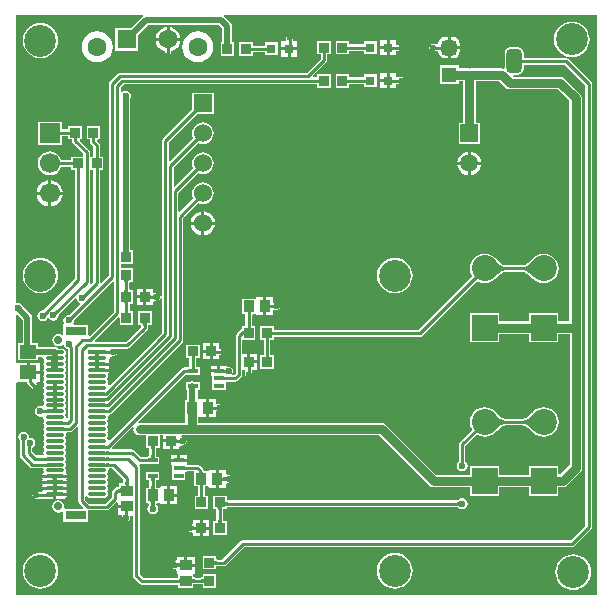
<source format=gtl>
G04*
G04 #@! TF.GenerationSoftware,Altium Limited,Altium Designer,19.0.10 (269)*
G04*
G04 Layer_Physical_Order=1*
G04 Layer_Color=255*
%FSLAX25Y25*%
%MOIN*%
G70*
G01*
G75*
%ADD10C,0.01000*%
%ADD11C,0.00984*%
%ADD16R,0.05512X0.04528*%
%ADD17R,0.03150X0.03150*%
%ADD18R,0.03347X0.03347*%
%ADD19R,0.05118X0.05118*%
G04:AMPARAMS|DCode=20|XSize=51.18mil|YSize=51.18mil|CornerRadius=12.8mil|HoleSize=0mil|Usage=FLASHONLY|Rotation=180.000|XOffset=0mil|YOffset=0mil|HoleType=Round|Shape=RoundedRectangle|*
%AMROUNDEDRECTD20*
21,1,0.05118,0.02559,0,0,180.0*
21,1,0.02559,0.05118,0,0,180.0*
1,1,0.02559,-0.01280,0.01280*
1,1,0.02559,0.01280,0.01280*
1,1,0.02559,0.01280,-0.01280*
1,1,0.02559,-0.01280,-0.01280*
%
%ADD20ROUNDEDRECTD20*%
G04:AMPARAMS|DCode=21|XSize=51.18mil|YSize=78.74mil|CornerRadius=12.8mil|HoleSize=0mil|Usage=FLASHONLY|Rotation=180.000|XOffset=0mil|YOffset=0mil|HoleType=Round|Shape=RoundedRectangle|*
%AMROUNDEDRECTD21*
21,1,0.05118,0.05315,0,0,180.0*
21,1,0.02559,0.07874,0,0,180.0*
1,1,0.02559,-0.01280,0.02657*
1,1,0.02559,0.01280,0.02657*
1,1,0.02559,0.01280,-0.02657*
1,1,0.02559,-0.01280,-0.02657*
%
%ADD21ROUNDEDRECTD21*%
%ADD22R,0.03347X0.03347*%
%ADD23R,0.03543X0.03937*%
%ADD24R,0.03937X0.03543*%
%ADD25R,0.03347X0.01378*%
%ADD26R,0.07087X0.03150*%
%ADD27R,0.06299X0.01181*%
%ADD28O,0.06299X0.01181*%
%ADD55C,0.02953*%
%ADD56C,0.02165*%
%ADD57C,0.01968*%
%ADD58R,0.06000X0.06000*%
%ADD59C,0.06000*%
%ADD60C,0.05906*%
%ADD61R,0.05906X0.05906*%
%ADD62R,0.06693X0.06693*%
%ADD63C,0.06693*%
%ADD64R,0.06299X0.06299*%
%ADD65C,0.06299*%
%ADD66C,0.10630*%
%ADD67R,0.08661X0.08661*%
%ADD68C,0.08661*%
%ADD69C,0.02756*%
%ADD70C,0.02362*%
G36*
X39291Y106695D02*
X39206Y106665D01*
X39131Y106615D01*
X39066Y106545D01*
X39011Y106455D01*
X38966Y106345D01*
X38931Y106215D01*
X38906Y106065D01*
X38891Y105895D01*
X38886Y105705D01*
X37886D01*
X37881Y105895D01*
X37866Y106065D01*
X37841Y106215D01*
X37806Y106345D01*
X37761Y106455D01*
X37706Y106545D01*
X37641Y106615D01*
X37566Y106665D01*
X37481Y106695D01*
X37386Y106705D01*
X39386D01*
X39291Y106695D01*
D02*
G37*
G36*
X27422Y106173D02*
X26640Y105391D01*
X26235Y105686D01*
X26320Y106112D01*
X26320Y106112D01*
Y143396D01*
X27422D01*
Y106173D01*
D02*
G37*
G36*
X38891Y103650D02*
X38906Y103478D01*
X38931Y103326D01*
X38966Y103195D01*
X39011Y103083D01*
X39066Y102992D01*
X39131Y102921D01*
X39206Y102871D01*
X39291Y102840D01*
X39386Y102830D01*
X37386D01*
X37481Y102840D01*
X37566Y102871D01*
X37641Y102921D01*
X37706Y102992D01*
X37761Y103083D01*
X37806Y103195D01*
X37841Y103326D01*
X37866Y103478D01*
X37881Y103650D01*
X37886Y103842D01*
X38886D01*
X38891Y103650D01*
D02*
G37*
G36*
X46258Y102007D02*
X46288Y101922D01*
X46338Y101847D01*
X46408Y101782D01*
X46498Y101727D01*
X46608Y101682D01*
X46738Y101647D01*
X46888Y101622D01*
X47058Y101607D01*
X47142Y101605D01*
X47160Y101605D01*
X47274Y101615D01*
X47383Y101632D01*
X47485Y101655D01*
X47581Y101684D01*
X47672Y101720D01*
X47757Y101762D01*
X47835Y101811D01*
X47908Y101867D01*
X47975Y101929D01*
Y100276D01*
X47908Y100338D01*
X47835Y100393D01*
X47757Y100442D01*
X47672Y100485D01*
X47581Y100521D01*
X47485Y100550D01*
X47383Y100573D01*
X47274Y100589D01*
X47160Y100599D01*
X47142Y100600D01*
X47058Y100597D01*
X46888Y100582D01*
X46738Y100557D01*
X46608Y100522D01*
X46498Y100477D01*
X46408Y100422D01*
X46338Y100357D01*
X46288Y100282D01*
X46258Y100197D01*
X46248Y100102D01*
Y102102D01*
X46258Y102007D01*
D02*
G37*
G36*
X39389Y99522D02*
X39304Y99491D01*
X39229Y99441D01*
X39164Y99370D01*
X39109Y99279D01*
X39064Y99168D01*
X39029Y99036D01*
X39004Y98884D01*
X38989Y98712D01*
X38984Y98520D01*
X37984D01*
X37979Y98712D01*
X37964Y98884D01*
X37939Y99036D01*
X37904Y99168D01*
X37859Y99279D01*
X37804Y99370D01*
X37739Y99441D01*
X37664Y99491D01*
X37579Y99522D01*
X37484Y99532D01*
X39484D01*
X39389Y99522D01*
D02*
G37*
G36*
X38989Y96563D02*
X39004Y96391D01*
X39029Y96240D01*
X39064Y96108D01*
X39109Y95997D01*
X39164Y95906D01*
X39229Y95835D01*
X39304Y95784D01*
X39389Y95754D01*
X39484Y95744D01*
X37484D01*
X37579Y95754D01*
X37664Y95784D01*
X37739Y95835D01*
X37804Y95906D01*
X37859Y95997D01*
X37904Y96108D01*
X37939Y96240D01*
X37964Y96391D01*
X37979Y96563D01*
X37984Y96756D01*
X38984D01*
X38989Y96563D01*
D02*
G37*
G36*
X45492Y92435D02*
X45407Y92405D01*
X45332Y92354D01*
X45267Y92283D01*
X45212Y92192D01*
X45167Y92081D01*
X45132Y91949D01*
X45107Y91798D01*
X45092Y91625D01*
X45087Y91433D01*
X44087D01*
X44082Y91625D01*
X44067Y91798D01*
X44042Y91949D01*
X44007Y92081D01*
X43962Y92192D01*
X43907Y92283D01*
X43842Y92354D01*
X43767Y92405D01*
X43682Y92435D01*
X43587Y92445D01*
X45587D01*
X45492Y92435D01*
D02*
G37*
G36*
X34312Y106011D02*
Y96134D01*
X26297Y88119D01*
X25797Y88326D01*
Y91939D01*
X21120D01*
X20853Y92439D01*
X20969Y92612D01*
X21107Y93307D01*
X21082Y93435D01*
X33850Y106203D01*
X34312Y106011D01*
D02*
G37*
G36*
X33408Y81850D02*
X33342Y81912D01*
X33269Y81968D01*
X33190Y82017D01*
X33105Y82060D01*
X33015Y82095D01*
X32918Y82125D01*
X32816Y82148D01*
X32708Y82164D01*
X32617Y82172D01*
X31918Y82127D01*
X31888Y82113D01*
X31878Y82099D01*
Y83256D01*
X31888Y83241D01*
X31918Y83227D01*
X31968Y83216D01*
X32038Y83205D01*
X32238Y83190D01*
X32615Y83182D01*
X32708Y83190D01*
X32816Y83207D01*
X32918Y83229D01*
X33015Y83259D01*
X33105Y83295D01*
X33190Y83337D01*
X33269Y83386D01*
X33342Y83442D01*
X33408Y83504D01*
Y81850D01*
D02*
G37*
G36*
X29245Y82106D02*
X29246Y82099D01*
X29740D01*
X29645Y82089D01*
X29560Y82059D01*
X29485Y82008D01*
X29420Y81938D01*
X29365Y81849D01*
X29320Y81739D01*
X29308Y81695D01*
X29320Y81651D01*
X29365Y81539D01*
X29420Y81448D01*
X29485Y81378D01*
X29560Y81327D01*
X29645Y81297D01*
X29740Y81287D01*
X29245D01*
X29240Y81099D01*
X28240D01*
X28235Y81287D01*
X27740D01*
X27835Y81297D01*
X27920Y81327D01*
X27995Y81378D01*
X28060Y81448D01*
X28115Y81539D01*
X28160Y81651D01*
X28172Y81695D01*
X28160Y81739D01*
X28115Y81849D01*
X28060Y81938D01*
X27995Y82008D01*
X27920Y82059D01*
X27835Y82089D01*
X27740Y82099D01*
X28234D01*
X28235Y82106D01*
X28240Y82298D01*
X29240D01*
X29245Y82106D01*
D02*
G37*
G36*
X15555Y80444D02*
X15577Y80131D01*
X15946D01*
X15871Y80117D01*
X15804Y80075D01*
X15744Y80006D01*
X15693Y79908D01*
X15650Y79783D01*
X15636Y79724D01*
X15650Y79666D01*
X15693Y79540D01*
X15744Y79443D01*
X15804Y79374D01*
X15871Y79332D01*
X15946Y79318D01*
X15574D01*
X15567Y79241D01*
X15551Y78740D01*
X15555Y78476D01*
X15577Y78162D01*
X15739D01*
X15703Y78150D01*
X15672Y78115D01*
X15643Y78056D01*
X15619Y77973D01*
X15606Y77905D01*
X15614Y77850D01*
X15650Y77697D01*
X15693Y77572D01*
X15744Y77475D01*
X15804Y77405D01*
X15871Y77363D01*
X15946Y77350D01*
X15558D01*
X15551Y76978D01*
X13583D01*
X13581Y77203D01*
X13571Y77350D01*
X13188D01*
X13263Y77363D01*
X13330Y77405D01*
X13389Y77475D01*
X13441Y77572D01*
X13484Y77697D01*
X13520Y77850D01*
X13528Y77905D01*
X13515Y77973D01*
X13490Y78056D01*
X13462Y78115D01*
X13430Y78150D01*
X13395Y78162D01*
X13560D01*
X13567Y78240D01*
X13583Y78740D01*
X13579Y79004D01*
X13556Y79318D01*
X13188D01*
X13263Y79332D01*
X13330Y79374D01*
X13389Y79443D01*
X13441Y79540D01*
X13484Y79666D01*
X13498Y79724D01*
X13484Y79783D01*
X13441Y79908D01*
X13389Y80006D01*
X13330Y80075D01*
X13263Y80117D01*
X13188Y80131D01*
X13560D01*
X13567Y80208D01*
X13583Y80709D01*
X15551D01*
X15555Y80444D01*
D02*
G37*
G36*
X15072Y72264D02*
X15073Y72257D01*
X15567D01*
X15472Y72247D01*
X15387Y72216D01*
X15312Y72166D01*
X15247Y72095D01*
X15192Y72004D01*
X15147Y71892D01*
X15136Y71850D01*
X15147Y71808D01*
X15192Y71697D01*
X15247Y71606D01*
X15312Y71535D01*
X15387Y71484D01*
X15472Y71454D01*
X15567Y71444D01*
X15073D01*
X15072Y71437D01*
X15067Y71245D01*
X14067D01*
X14062Y71437D01*
X14061Y71444D01*
X13567D01*
X13662Y71454D01*
X13747Y71484D01*
X13822Y71535D01*
X13887Y71606D01*
X13942Y71697D01*
X13987Y71808D01*
X13998Y71850D01*
X13987Y71892D01*
X13942Y72004D01*
X13887Y72095D01*
X13822Y72166D01*
X13747Y72216D01*
X13662Y72247D01*
X13567Y72257D01*
X14061D01*
X14062Y72264D01*
X14067Y72456D01*
X15067D01*
X15072Y72264D01*
D02*
G37*
G36*
Y70295D02*
X15073Y70288D01*
X15567D01*
X15472Y70278D01*
X15387Y70248D01*
X15312Y70197D01*
X15247Y70126D01*
X15192Y70035D01*
X15147Y69924D01*
X15136Y69882D01*
X15147Y69840D01*
X15192Y69728D01*
X15247Y69637D01*
X15312Y69567D01*
X15387Y69516D01*
X15472Y69486D01*
X15567Y69476D01*
X15073D01*
X15072Y69468D01*
X15067Y69276D01*
X14067D01*
X14062Y69468D01*
X14061Y69476D01*
X13567D01*
X13662Y69486D01*
X13747Y69516D01*
X13822Y69567D01*
X13887Y69637D01*
X13942Y69728D01*
X13987Y69840D01*
X13998Y69882D01*
X13987Y69924D01*
X13942Y70035D01*
X13887Y70126D01*
X13822Y70197D01*
X13747Y70248D01*
X13662Y70278D01*
X13567Y70288D01*
X14061D01*
X14062Y70295D01*
X14067Y70487D01*
X15067D01*
X15072Y70295D01*
D02*
G37*
G36*
Y68327D02*
X15073Y68320D01*
X15567D01*
X15472Y68310D01*
X15387Y68279D01*
X15312Y68229D01*
X15247Y68158D01*
X15192Y68067D01*
X15147Y67955D01*
X15136Y67913D01*
X15147Y67871D01*
X15192Y67760D01*
X15247Y67669D01*
X15312Y67598D01*
X15387Y67547D01*
X15472Y67517D01*
X15567Y67507D01*
X15073D01*
X15072Y67500D01*
X15067Y67308D01*
X14067D01*
X14062Y67500D01*
X14061Y67507D01*
X13567D01*
X13662Y67517D01*
X13747Y67547D01*
X13822Y67598D01*
X13887Y67669D01*
X13942Y67760D01*
X13987Y67871D01*
X13998Y67913D01*
X13987Y67955D01*
X13942Y68067D01*
X13887Y68158D01*
X13822Y68229D01*
X13747Y68279D01*
X13662Y68310D01*
X13567Y68320D01*
X14061D01*
X14062Y68327D01*
X14067Y68519D01*
X15067D01*
X15072Y68327D01*
D02*
G37*
G36*
Y66358D02*
X15073Y66351D01*
X15567D01*
X15472Y66341D01*
X15387Y66311D01*
X15312Y66260D01*
X15247Y66189D01*
X15192Y66098D01*
X15147Y65987D01*
X15136Y65945D01*
X15147Y65903D01*
X15192Y65791D01*
X15247Y65700D01*
X15312Y65630D01*
X15387Y65579D01*
X15472Y65549D01*
X15567Y65539D01*
X15073D01*
X15072Y65531D01*
X15067Y65339D01*
X14067D01*
X14062Y65531D01*
X14061Y65539D01*
X13567D01*
X13662Y65549D01*
X13747Y65579D01*
X13822Y65630D01*
X13887Y65700D01*
X13942Y65791D01*
X13987Y65903D01*
X13998Y65945D01*
X13987Y65987D01*
X13942Y66098D01*
X13887Y66189D01*
X13822Y66260D01*
X13747Y66311D01*
X13662Y66341D01*
X13567Y66351D01*
X14061D01*
X14062Y66358D01*
X14067Y66550D01*
X15067D01*
X15072Y66358D01*
D02*
G37*
G36*
Y64390D02*
X15087Y64218D01*
X15112Y64066D01*
X15147Y63934D01*
X15192Y63823D01*
X15247Y63732D01*
X15312Y63661D01*
X15387Y63610D01*
X15472Y63580D01*
X15567Y63570D01*
X13567D01*
X13662Y63580D01*
X13747Y63610D01*
X13822Y63661D01*
X13887Y63732D01*
X13942Y63823D01*
X13987Y63934D01*
X14022Y64066D01*
X14047Y64218D01*
X14062Y64390D01*
X14067Y64582D01*
X15067D01*
X15072Y64390D01*
D02*
G37*
G36*
X17365Y57630D02*
X17397Y57628D01*
X18367Y57621D01*
X18471Y56621D01*
X18280Y56620D01*
X17435Y56570D01*
X17384Y56557D01*
X17352Y56542D01*
Y57632D01*
X17365Y57630D01*
D02*
G37*
G36*
X55104Y53956D02*
X55135Y53871D01*
X55185Y53796D01*
X55256Y53731D01*
X55347Y53676D01*
X55458Y53631D01*
X55590Y53596D01*
X55742Y53571D01*
X55878Y53559D01*
X55936Y53564D01*
X56044Y53581D01*
X56146Y53603D01*
X56243Y53633D01*
X56334Y53669D01*
X56418Y53711D01*
X56497Y53760D01*
X56570Y53816D01*
X56637Y53878D01*
Y52224D01*
X56570Y52286D01*
X56497Y52342D01*
X56418Y52391D01*
X56334Y52434D01*
X56243Y52469D01*
X56146Y52499D01*
X56044Y52522D01*
X55936Y52538D01*
X55878Y52543D01*
X55742Y52531D01*
X55590Y52506D01*
X55458Y52471D01*
X55347Y52426D01*
X55256Y52371D01*
X55185Y52306D01*
X55135Y52231D01*
X55104Y52146D01*
X55094Y52051D01*
Y54051D01*
X55104Y53956D01*
D02*
G37*
G36*
X48149Y51490D02*
X48064Y51460D01*
X47989Y51409D01*
X47924Y51338D01*
X47869Y51247D01*
X47824Y51136D01*
X47789Y51004D01*
X47764Y50853D01*
X47749Y50681D01*
X47744Y50488D01*
X46744D01*
X46739Y50681D01*
X46724Y50853D01*
X46699Y51004D01*
X46664Y51136D01*
X46619Y51247D01*
X46564Y51338D01*
X46499Y51409D01*
X46424Y51460D01*
X46339Y51490D01*
X46244Y51500D01*
X48244D01*
X48149Y51490D01*
D02*
G37*
G36*
X31548Y49749D02*
X31589Y49741D01*
X31649Y49735D01*
X31942Y49720D01*
X32592Y49713D01*
Y48713D01*
X31525Y48668D01*
Y49758D01*
X31548Y49749D01*
D02*
G37*
G36*
X40874Y57478D02*
X40796Y57087D01*
X40957Y56276D01*
X41416Y55590D01*
X42103Y55131D01*
X42913Y54970D01*
X45069D01*
Y50876D01*
X46061D01*
X46063Y50868D01*
X46079Y50772D01*
X46090Y50644D01*
X46095Y50472D01*
X46123Y50409D01*
Y48410D01*
X46095Y48347D01*
X46095Y48332D01*
X45876Y48079D01*
X45688Y47994D01*
X45583Y47980D01*
X45493Y47943D01*
X44971D01*
Y47822D01*
X44745Y47804D01*
X44577Y47803D01*
X44511Y47775D01*
X43378D01*
X41147Y50006D01*
X40784Y50249D01*
X40354Y50334D01*
X40354Y50334D01*
X33730D01*
X33523Y50834D01*
X40413Y57725D01*
X40874Y57478D01*
D02*
G37*
G36*
X47749Y48138D02*
X47764Y47966D01*
X47789Y47814D01*
X47824Y47683D01*
X47869Y47572D01*
X47924Y47480D01*
X47989Y47410D01*
X48064Y47359D01*
X48149Y47329D01*
X48244Y47319D01*
X46244D01*
X46339Y47329D01*
X46424Y47359D01*
X46499Y47410D01*
X46564Y47480D01*
X46619Y47572D01*
X46664Y47683D01*
X46699Y47814D01*
X46724Y47966D01*
X46739Y48138D01*
X46744Y48331D01*
X47744D01*
X47749Y48138D01*
D02*
G37*
G36*
X31548Y47780D02*
X31589Y47773D01*
X31649Y47766D01*
X31942Y47751D01*
X32592Y47744D01*
Y46744D01*
X31525Y46699D01*
Y47789D01*
X31548Y47780D01*
D02*
G37*
G36*
X45583Y45977D02*
X45573Y46010D01*
X45543Y46040D01*
X45493Y46067D01*
X45423Y46090D01*
X45333Y46109D01*
X45223Y46125D01*
X44943Y46147D01*
X44583Y46154D01*
Y47153D01*
X44773Y47155D01*
X45333Y47198D01*
X45423Y47217D01*
X45493Y47240D01*
X45543Y47267D01*
X45573Y47297D01*
X45583Y47330D01*
Y45977D01*
D02*
G37*
G36*
X31548Y45812D02*
X31589Y45804D01*
X31649Y45798D01*
X31942Y45783D01*
X32592Y45776D01*
Y44776D01*
X31525Y44731D01*
Y45821D01*
X31548Y45812D01*
D02*
G37*
G36*
X39088Y39182D02*
X39103Y39009D01*
X39128Y38858D01*
X39163Y38726D01*
X39208Y38615D01*
X39263Y38524D01*
X39328Y38453D01*
X39403Y38402D01*
X39488Y38372D01*
X39583Y38362D01*
X37583D01*
X37678Y38372D01*
X37763Y38402D01*
X37838Y38453D01*
X37903Y38524D01*
X37958Y38615D01*
X38003Y38726D01*
X38038Y38858D01*
X38063Y39009D01*
X38078Y39182D01*
X38083Y39374D01*
X39083D01*
X39088Y39182D01*
D02*
G37*
G36*
X36638Y35614D02*
X36628Y35709D01*
X36598Y35794D01*
X36547Y35869D01*
X36476Y35934D01*
X36385Y35989D01*
X36274Y36034D01*
X36142Y36069D01*
X35991Y36094D01*
X35818Y36109D01*
X35626Y36114D01*
Y37114D01*
X35818Y37119D01*
X35991Y37134D01*
X36142Y37159D01*
X36274Y37194D01*
X36385Y37239D01*
X36476Y37294D01*
X36547Y37359D01*
X36598Y37434D01*
X36628Y37519D01*
X36638Y37614D01*
Y35614D01*
D02*
G37*
G36*
X37461Y40480D02*
Y39453D01*
X37433Y39391D01*
X37429Y39218D01*
X37418Y39091D01*
X37402Y38994D01*
X37400Y38986D01*
X36014D01*
Y37797D01*
X36006Y37795D01*
X35909Y37779D01*
X35782Y37768D01*
X35609Y37763D01*
X35547Y37736D01*
X35433D01*
X35004Y37650D01*
X34640Y37407D01*
X34640Y37407D01*
X33853Y36620D01*
X33610Y36256D01*
X33524Y35827D01*
X33524Y35827D01*
Y34323D01*
X31425Y32224D01*
X26055D01*
X24744Y33535D01*
Y34541D01*
X25244Y34693D01*
X25323Y34575D01*
X25717Y34312D01*
X26181Y34219D01*
X31299D01*
X31764Y34312D01*
X32157Y34575D01*
X32421Y34969D01*
X32513Y35433D01*
X32421Y35898D01*
X32157Y36291D01*
Y36543D01*
X32421Y36937D01*
X32513Y37402D01*
X32421Y37866D01*
X32157Y38260D01*
Y38512D01*
X32421Y38906D01*
X32513Y39370D01*
X32421Y39835D01*
X32157Y40228D01*
Y40480D01*
X32421Y40874D01*
X32513Y41339D01*
X32421Y41803D01*
X32157Y42197D01*
Y42449D01*
X32421Y42843D01*
X32513Y43307D01*
X32451Y43619D01*
X32549Y43913D01*
X32767Y44154D01*
X33787D01*
X37461Y40480D01*
D02*
G37*
G36*
X39389Y29530D02*
X39304Y29500D01*
X39229Y29450D01*
X39164Y29380D01*
X39109Y29290D01*
X39064Y29180D01*
X39029Y29050D01*
X39017Y28978D01*
X39037Y28893D01*
X39066Y28796D01*
X39102Y28706D01*
X39144Y28621D01*
X39193Y28542D01*
X39249Y28469D01*
X39311Y28403D01*
X37657D01*
X37720Y28469D01*
X37775Y28542D01*
X37824Y28621D01*
X37867Y28706D01*
X37903Y28796D01*
X37932Y28893D01*
X37951Y28978D01*
X37939Y29050D01*
X37904Y29180D01*
X37859Y29290D01*
X37804Y29380D01*
X37739Y29450D01*
X37664Y29500D01*
X37579Y29530D01*
X37484Y29540D01*
X39484D01*
X39389Y29530D01*
D02*
G37*
G36*
X44026Y195219D02*
X44164Y194719D01*
X43760Y194449D01*
X40048Y190737D01*
X34833D01*
Y183238D01*
X42332D01*
Y188452D01*
X45572Y191692D01*
X69410D01*
X70432Y190670D01*
Y186092D01*
X69872D01*
Y181546D01*
X74419D01*
Y186092D01*
X73663D01*
Y191339D01*
X73540Y191957D01*
X73189Y192481D01*
X71221Y194449D01*
X70817Y194719D01*
X70955Y195219D01*
X195219Y195219D01*
X195219Y1631D01*
X1631Y1631D01*
X1631Y72520D01*
X2131Y72701D01*
X5262D01*
X5336Y72333D01*
X5579Y71969D01*
X7475Y70073D01*
X7839Y69830D01*
X8268Y69745D01*
X8697Y69830D01*
X9061Y70073D01*
X9304Y70437D01*
X9389Y70866D01*
X9304Y71295D01*
X9061Y71659D01*
X8480Y72240D01*
X8672Y72701D01*
X9568D01*
Y75465D01*
X5812D01*
Y75965D01*
X5312D01*
Y79229D01*
X2131D01*
X2056Y79229D01*
X1631Y79410D01*
Y95084D01*
X2131Y95291D01*
X3897Y93526D01*
Y85719D01*
X2456D01*
Y79991D01*
X9168D01*
Y81209D01*
X10384D01*
X10794Y80709D01*
X10794Y80709D01*
X10886Y80244D01*
X11150Y79850D01*
Y79598D01*
X10886Y79205D01*
X10794Y78740D01*
X10886Y78276D01*
X11150Y77882D01*
Y77630D01*
X10886Y77236D01*
X10794Y76772D01*
X10886Y76307D01*
X11150Y75913D01*
Y75661D01*
X10886Y75268D01*
X10794Y74803D01*
X10886Y74339D01*
X11150Y73945D01*
Y73693D01*
X10886Y73299D01*
X10794Y72835D01*
X10886Y72370D01*
X11150Y71976D01*
Y71724D01*
X10886Y71331D01*
X10794Y70866D01*
X10886Y70402D01*
X11150Y70008D01*
Y69756D01*
X10886Y69362D01*
X10794Y68898D01*
X10886Y68433D01*
X11150Y68039D01*
Y67787D01*
X10886Y67394D01*
X10794Y66929D01*
X10886Y66465D01*
X11150Y66071D01*
Y65819D01*
X10886Y65425D01*
X10818Y65083D01*
X10700Y64910D01*
X10334Y64710D01*
X9843Y64808D01*
X9148Y64670D01*
X8558Y64276D01*
X8165Y63687D01*
X8027Y62992D01*
X8165Y62297D01*
X8558Y61708D01*
X9148Y61314D01*
X9843Y61176D01*
X10334Y61274D01*
X10700Y61075D01*
X10818Y60901D01*
X10886Y60559D01*
X11150Y60165D01*
Y59913D01*
X10886Y59520D01*
X10794Y59055D01*
X10886Y58591D01*
X11150Y58197D01*
Y57945D01*
X10886Y57551D01*
X10794Y57087D01*
X10886Y56622D01*
X11150Y56228D01*
Y55976D01*
X10886Y55583D01*
X10794Y55118D01*
X10886Y54654D01*
X11150Y54260D01*
Y54008D01*
X10886Y53614D01*
X10794Y53150D01*
X10886Y52685D01*
X11150Y52291D01*
Y52039D01*
X10886Y51646D01*
X10794Y51181D01*
X10886Y50717D01*
X11150Y50323D01*
Y50071D01*
X10886Y49677D01*
X10794Y49213D01*
X10865Y48858D01*
X10592Y48358D01*
X8335D01*
X7019Y49674D01*
Y50701D01*
X7583Y51078D01*
X7977Y51667D01*
X8115Y52362D01*
X7977Y53057D01*
X7583Y53646D01*
X6994Y54040D01*
X6468Y54145D01*
X6185Y54342D01*
X5987Y54626D01*
X5882Y55152D01*
X5489Y55741D01*
X4900Y56135D01*
X4205Y56273D01*
X3510Y56135D01*
X2921Y55741D01*
X2527Y55152D01*
X2389Y54457D01*
X2527Y53762D01*
X2912Y53185D01*
Y48308D01*
X2997Y47882D01*
X3239Y47521D01*
X6271Y44488D01*
X6633Y44247D01*
X7059Y44162D01*
X10592D01*
X10865Y43662D01*
X10794Y43307D01*
X10886Y42843D01*
X11044Y42607D01*
X10861Y42485D01*
X10510Y41959D01*
X10486Y41839D01*
X18648D01*
X18624Y41959D01*
X18273Y42485D01*
X18090Y42607D01*
X18248Y42843D01*
X18340Y43307D01*
X18248Y43772D01*
X17984Y44165D01*
Y44417D01*
X18248Y44811D01*
X18340Y45276D01*
X18248Y45740D01*
X17984Y46134D01*
Y46386D01*
X18248Y46780D01*
X18340Y47244D01*
X18248Y47709D01*
X17984Y48102D01*
Y48354D01*
X18248Y48748D01*
X18340Y49213D01*
X18248Y49677D01*
X17984Y50071D01*
Y50323D01*
X18248Y50717D01*
X18340Y51181D01*
X18248Y51646D01*
X17984Y52039D01*
Y52291D01*
X18248Y52685D01*
X18340Y53150D01*
X18248Y53614D01*
X17984Y54008D01*
Y54260D01*
X18248Y54654D01*
X18340Y55118D01*
X18270Y55468D01*
X18272Y55498D01*
X18417Y55838D01*
X18481Y55911D01*
X18574Y55995D01*
X18583Y56000D01*
X19523D01*
X19523Y56000D01*
X19952Y56085D01*
X20316Y56328D01*
X22001Y58013D01*
X22501Y57806D01*
Y33071D01*
X22501Y33071D01*
X22586Y32642D01*
X22829Y32278D01*
X24124Y30983D01*
X23932Y30521D01*
X18120D01*
X17709Y31021D01*
X17765Y31299D01*
X17611Y32071D01*
X17174Y32725D01*
X16520Y33162D01*
X15748Y33316D01*
X14976Y33162D01*
X14322Y32725D01*
X13885Y32071D01*
X13731Y31299D01*
X13885Y30527D01*
X14322Y29873D01*
X14976Y29436D01*
X15748Y29283D01*
X16520Y29436D01*
X17010Y29764D01*
X17510Y29545D01*
Y26172D01*
X25797D01*
Y29981D01*
X31890D01*
X31890Y29981D01*
X32319Y30066D01*
X32683Y30309D01*
X35114Y32741D01*
X35614Y32534D01*
Y31799D01*
X38583D01*
Y30799D01*
X35614D01*
Y28528D01*
X36540D01*
X37009Y28378D01*
X37108Y28162D01*
X37198Y27943D01*
X37211Y27938D01*
X37216Y27926D01*
X37219Y27925D01*
X37363Y27872D01*
Y27559D01*
X37448Y27130D01*
X37691Y26766D01*
X38055Y26523D01*
X38484Y26438D01*
X38914Y26523D01*
X39277Y26766D01*
X39520Y27130D01*
X39606Y27559D01*
Y27872D01*
X39750Y27925D01*
X39752Y27926D01*
X39758Y27938D01*
X39770Y27943D01*
X39850Y28136D01*
X39916Y28177D01*
X40420Y28312D01*
X40692Y28146D01*
Y8268D01*
X40692Y8268D01*
X40777Y7839D01*
X41020Y7475D01*
X42890Y5605D01*
X42890Y5605D01*
X43254Y5362D01*
X43683Y5276D01*
X55232D01*
X55294Y5248D01*
X55467Y5244D01*
X55594Y5233D01*
X55691Y5217D01*
X55699Y5215D01*
Y4026D01*
X60836D01*
Y5313D01*
X60845Y5315D01*
X60941Y5331D01*
X61069Y5342D01*
X61241Y5347D01*
X61303Y5375D01*
X63401D01*
X63464Y5347D01*
X63636Y5342D01*
X63764Y5331D01*
X63860Y5315D01*
X63868Y5313D01*
Y4223D01*
X68415D01*
Y8769D01*
X63868D01*
Y7679D01*
X63860Y7677D01*
X63764Y7661D01*
X63636Y7650D01*
X63464Y7645D01*
X63401Y7618D01*
X61311D01*
X61299Y7620D01*
X61241Y7645D01*
X61128Y7648D01*
X60836Y7697D01*
X60836Y8699D01*
X61236Y8941D01*
X61236Y9011D01*
X61236Y9011D01*
Y11213D01*
X58268D01*
Y11713D01*
X57768D01*
Y14484D01*
X55299D01*
Y13656D01*
X55149Y13188D01*
X54934Y13089D01*
X54715Y12999D01*
X54710Y12986D01*
X54698Y12981D01*
X54697Y12978D01*
X54643Y12834D01*
X54331D01*
X53901Y12749D01*
X53538Y12506D01*
X53294Y12142D01*
X53209Y11713D01*
X53294Y11283D01*
X53538Y10920D01*
X53901Y10676D01*
X54331Y10591D01*
X54643D01*
X54697Y10447D01*
X54698Y10444D01*
X54710Y10439D01*
X54715Y10427D01*
X54934Y10336D01*
X55149Y10237D01*
X55299Y9769D01*
Y9011D01*
X55299Y9011D01*
Y8941D01*
X55699Y8699D01*
X55699Y8441D01*
Y7581D01*
X55691Y7578D01*
X55594Y7563D01*
X55467Y7551D01*
X55294Y7547D01*
X55232Y7519D01*
X44148D01*
X42935Y8732D01*
Y44604D01*
X42849Y45033D01*
X42841Y45046D01*
X42849Y45105D01*
X43118Y45532D01*
X44507D01*
X44570Y45504D01*
X44912Y45498D01*
X44971Y45493D01*
Y45365D01*
X45493D01*
X45583Y45327D01*
X45672Y45364D01*
X45768Y45354D01*
X45781Y45365D01*
X49517D01*
Y47943D01*
X48427D01*
X48425Y47951D01*
X48409Y48047D01*
X48398Y48175D01*
X48393Y48347D01*
X48366Y48410D01*
Y50409D01*
X48393Y50472D01*
X48398Y50644D01*
X48409Y50772D01*
X48425Y50868D01*
X48427Y50876D01*
X49616D01*
Y54970D01*
X50772D01*
Y53650D01*
X53445D01*
Y53150D01*
X53945D01*
Y50476D01*
X56118D01*
Y51244D01*
X56197Y51355D01*
X56618Y51583D01*
X56634Y51576D01*
X56637Y51575D01*
X56649Y51580D01*
X56662Y51575D01*
X56877Y51675D01*
X57096Y51765D01*
X57101Y51777D01*
X57113Y51783D01*
X57114Y51785D01*
X57168Y51930D01*
X57480D01*
X57910Y52015D01*
X58273Y52258D01*
X58517Y52622D01*
X58602Y53051D01*
X58517Y53480D01*
X58273Y53844D01*
X57910Y54087D01*
X57480Y54173D01*
X57168D01*
X57114Y54317D01*
X57113Y54319D01*
X57101Y54325D01*
X57096Y54337D01*
X56877Y54428D01*
X56786Y54470D01*
X56896Y54970D01*
X122745D01*
X139448Y38267D01*
X140135Y37808D01*
X140945Y37647D01*
X152943D01*
Y34833D01*
X162805D01*
Y37647D01*
X172628D01*
Y34833D01*
X182490D01*
Y37714D01*
X183858D01*
X184668Y37876D01*
X185355Y38334D01*
X189805Y42785D01*
X190264Y43471D01*
X190425Y44282D01*
X190425Y44282D01*
Y90945D01*
X190306Y91545D01*
Y167323D01*
X190145Y168133D01*
X189686Y168820D01*
X184568Y173938D01*
X183881Y174397D01*
X183071Y174558D01*
X167550D01*
X167489Y174651D01*
X167756Y175151D01*
X168996D01*
X169729Y175296D01*
X170351Y175712D01*
X170766Y176334D01*
X170912Y177067D01*
Y178603D01*
X184596D01*
X191398Y171800D01*
Y24874D01*
X186543Y20019D01*
X77264D01*
X77264Y20019D01*
X76835Y19934D01*
X76471Y19691D01*
X70402Y13622D01*
X68882D01*
X68820Y13649D01*
X68647Y13654D01*
X68520Y13665D01*
X68423Y13681D01*
X68415Y13683D01*
Y14872D01*
X63868D01*
Y10325D01*
X68415D01*
Y11317D01*
X68423Y11319D01*
X68520Y11335D01*
X68647Y11346D01*
X68820Y11351D01*
X68882Y11378D01*
X70866D01*
X70866Y11378D01*
X71295Y11464D01*
X71659Y11707D01*
X77728Y17776D01*
X187008D01*
X187008Y17776D01*
X187437Y17862D01*
X187801Y18105D01*
X193313Y23616D01*
X193313Y23616D01*
X193556Y23980D01*
X193641Y24409D01*
X193641Y24409D01*
Y172265D01*
X193641Y172265D01*
X193556Y172694D01*
X193313Y173058D01*
X193313Y173058D01*
X185853Y180517D01*
X185489Y180761D01*
X185060Y180846D01*
X185060Y180846D01*
X170912D01*
Y182382D01*
X170766Y183115D01*
X170351Y183737D01*
X169729Y184152D01*
X168996Y184298D01*
X166437D01*
X165704Y184152D01*
X165082Y183737D01*
X164666Y183115D01*
X164521Y182382D01*
Y177609D01*
X164021Y177223D01*
X163561Y177314D01*
X153150D01*
X152953Y177275D01*
X152756Y177314D01*
X149222D01*
Y178356D01*
X142904D01*
Y172038D01*
X149222D01*
Y173080D01*
X150639D01*
Y159222D01*
X149203D01*
Y152117D01*
X156309D01*
Y159222D01*
X154873D01*
Y173080D01*
X162684D01*
X164820Y170944D01*
X164820Y170944D01*
X165507Y170485D01*
X166317Y170324D01*
X166317Y170324D01*
X182194D01*
X186072Y166446D01*
Y93062D01*
X182490D01*
Y95876D01*
X172628D01*
Y93062D01*
X162805D01*
Y95876D01*
X152943D01*
Y86014D01*
X162805D01*
Y88828D01*
X172628D01*
Y86014D01*
X182490D01*
Y88828D01*
X186191D01*
Y45158D01*
X182990Y41957D01*
X182490Y41969D01*
Y44694D01*
X172628D01*
Y41881D01*
X162805D01*
Y44694D01*
X152943D01*
Y41881D01*
X141822D01*
X125119Y58584D01*
X124432Y59043D01*
X123622Y59204D01*
X62353D01*
Y61106D01*
X62853Y61246D01*
X62878Y61205D01*
X62948Y61205D01*
X62948Y61205D01*
X65150D01*
Y64173D01*
Y67142D01*
X62948D01*
X62948Y67142D01*
X62878D01*
X62829Y67061D01*
X62260Y67034D01*
X62198Y67095D01*
Y70168D01*
X62903D01*
Y72746D01*
X61361D01*
X61139Y72894D01*
X60482Y73025D01*
X59826Y72894D01*
X59604Y72746D01*
X58357D01*
Y70168D01*
X58767D01*
Y66742D01*
X57963D01*
Y61605D01*
X58119D01*
Y59204D01*
X42913D01*
X42521Y59126D01*
X42275Y59587D01*
X57891Y75203D01*
X58357Y75286D01*
Y75286D01*
X62903D01*
Y77864D01*
X61752D01*
Y80699D01*
X63002D01*
Y85246D01*
X58455D01*
Y80699D01*
X59508D01*
Y77864D01*
X58357D01*
Y77696D01*
X57677D01*
X57248Y77611D01*
X56884Y77368D01*
X56884Y77368D01*
X32964Y53447D01*
X32421Y53612D01*
X32421Y53614D01*
X32157Y54008D01*
Y54260D01*
X32421Y54654D01*
X32513Y55118D01*
X32421Y55583D01*
X32157Y55976D01*
Y56228D01*
X32421Y56622D01*
X32513Y57087D01*
X32421Y57551D01*
X32157Y57945D01*
Y58197D01*
X32421Y58591D01*
X32513Y59055D01*
X32421Y59520D01*
X32157Y59913D01*
Y60165D01*
X32421Y60559D01*
X32513Y61024D01*
X32437Y61405D01*
X32536Y61649D01*
X32731Y61923D01*
X33068Y61990D01*
X33432Y62234D01*
X57087Y85888D01*
X57087Y85888D01*
X57330Y86252D01*
X57415Y86682D01*
X57415Y86682D01*
Y127491D01*
X62374Y132449D01*
X63068Y132162D01*
X64008Y132038D01*
X64948Y132162D01*
X65823Y132525D01*
X66575Y133102D01*
X67153Y133854D01*
X67515Y134730D01*
X67639Y135669D01*
X67515Y136609D01*
X67153Y137485D01*
X66575Y138237D01*
X65823Y138814D01*
X64948Y139177D01*
X64008Y139300D01*
X63068Y139177D01*
X62192Y138814D01*
X61440Y138237D01*
X60863Y137485D01*
X60501Y136609D01*
X60377Y135669D01*
X60501Y134730D01*
X60788Y134036D01*
X56277Y129525D01*
X55815Y129716D01*
Y135891D01*
X62374Y142449D01*
X63068Y142162D01*
X64008Y142038D01*
X64948Y142162D01*
X65823Y142525D01*
X66575Y143102D01*
X67153Y143854D01*
X67515Y144729D01*
X67639Y145669D01*
X67515Y146609D01*
X67153Y147485D01*
X66575Y148237D01*
X65823Y148814D01*
X64948Y149177D01*
X64008Y149300D01*
X63068Y149177D01*
X62192Y148814D01*
X61440Y148237D01*
X60863Y147485D01*
X60501Y146609D01*
X60377Y145669D01*
X60501Y144729D01*
X60788Y144035D01*
X54677Y137925D01*
X54215Y138116D01*
Y144291D01*
X62374Y152449D01*
X63068Y152162D01*
X64008Y152038D01*
X64948Y152162D01*
X65823Y152525D01*
X66575Y153102D01*
X67153Y153854D01*
X67515Y154729D01*
X67639Y155669D01*
X67515Y156609D01*
X67153Y157485D01*
X66575Y158237D01*
X65823Y158814D01*
X64948Y159177D01*
X64008Y159300D01*
X63068Y159177D01*
X62192Y158814D01*
X61440Y158237D01*
X60863Y157485D01*
X60501Y156609D01*
X60377Y155669D01*
X60501Y154729D01*
X60788Y154035D01*
X53077Y146325D01*
X52615Y146516D01*
Y152691D01*
X61994Y162069D01*
X67608D01*
Y169269D01*
X60408D01*
Y163655D01*
X50701Y153948D01*
X50458Y153584D01*
X50372Y153155D01*
X50372Y153155D01*
Y101495D01*
X49872Y101446D01*
X49855Y101532D01*
X49612Y101895D01*
X49248Y102138D01*
X48819Y102224D01*
X48506D01*
X48452Y102370D01*
X48440Y102376D01*
X48435Y102388D01*
X48215Y102479D01*
X48000Y102578D01*
X47988Y102573D01*
X47975Y102578D01*
X47756Y102488D01*
X47278Y102770D01*
X47260Y102796D01*
Y103854D01*
X45087D01*
Y101181D01*
Y98508D01*
X47260D01*
Y99408D01*
X47278Y99434D01*
X47756Y99717D01*
X47975Y99626D01*
X47988Y99631D01*
X48000Y99626D01*
X48215Y99726D01*
X48435Y99816D01*
X48440Y99828D01*
X48452Y99834D01*
X48506Y99981D01*
X48819D01*
X49248Y100066D01*
X49612Y100309D01*
X49855Y100673D01*
X49872Y100759D01*
X50372Y100710D01*
Y89134D01*
X32945Y71707D01*
X32419Y71797D01*
X32280Y72160D01*
X32421Y72370D01*
X32513Y72835D01*
X32421Y73299D01*
X32157Y73693D01*
Y73945D01*
X32421Y74339D01*
X32513Y74803D01*
X32421Y75268D01*
X32263Y75503D01*
X32446Y75625D01*
X32798Y76151D01*
X32821Y76272D01*
X28740D01*
Y77150D01*
X28240D01*
X28235Y77342D01*
X28234Y77350D01*
X27740D01*
X27835Y77360D01*
X27920Y77390D01*
X27995Y77441D01*
X28060Y77511D01*
X28115Y77602D01*
X28160Y77714D01*
X28171Y77756D01*
X28160Y77798D01*
X28115Y77909D01*
X28060Y78000D01*
X27995Y78071D01*
X27920Y78122D01*
X27835Y78152D01*
X27740Y78162D01*
X28234D01*
X28235Y78169D01*
X28240Y78361D01*
X28740D01*
Y79119D01*
X28240D01*
X28235Y79311D01*
X28234Y79318D01*
X27740D01*
X27835Y79328D01*
X27920Y79358D01*
X27995Y79409D01*
X28060Y79480D01*
X28115Y79571D01*
X28160Y79682D01*
X28171Y79724D01*
X28160Y79766D01*
X28115Y79878D01*
X28060Y79969D01*
X27995Y80040D01*
X27920Y80090D01*
X27835Y80121D01*
X27740Y80131D01*
X28234D01*
X28235Y80138D01*
X28240Y80330D01*
X29240D01*
X29245Y80138D01*
X29246Y80131D01*
X29740D01*
X29645Y80121D01*
X29560Y80090D01*
X29485Y80040D01*
X29420Y79969D01*
X29365Y79878D01*
X29320Y79766D01*
X29309Y79724D01*
X29320Y79682D01*
X29365Y79571D01*
X29420Y79480D01*
X29485Y79409D01*
X29560Y79358D01*
X29645Y79328D01*
X29740Y79318D01*
X29246D01*
X29245Y79311D01*
X29243Y79240D01*
X32821D01*
X32798Y79361D01*
X32555Y79724D01*
X32798Y80088D01*
X32921Y80709D01*
X32889Y80870D01*
X33028Y81064D01*
X33151Y81150D01*
X33390Y81209D01*
X33406Y81202D01*
X33408Y81201D01*
X33421Y81206D01*
X33433Y81201D01*
X33648Y81300D01*
X33868Y81391D01*
X33873Y81403D01*
X33885Y81409D01*
X33939Y81556D01*
X34252D01*
X34681Y81641D01*
X35045Y81884D01*
X35288Y82248D01*
X35373Y82677D01*
X35288Y83106D01*
X35080Y83418D01*
X35140Y83655D01*
X35275Y83918D01*
X38780D01*
X38780Y83918D01*
X39209Y84003D01*
X39573Y84246D01*
X45084Y89758D01*
X45084Y89758D01*
X45235Y89984D01*
X45380Y90128D01*
X45380Y90128D01*
X45623Y90492D01*
X45708Y90921D01*
X45708Y90921D01*
Y91354D01*
X45736Y91416D01*
X45740Y91589D01*
X45751Y91716D01*
X45767Y91813D01*
X45770Y91821D01*
X46860D01*
Y96368D01*
X42313D01*
Y91821D01*
X43315D01*
X43444Y91338D01*
X43348Y91194D01*
X38315Y86161D01*
X28164D01*
X27973Y86623D01*
X35749Y94399D01*
X36211Y94208D01*
Y91821D01*
X40758D01*
Y96368D01*
X39667D01*
X39665Y96376D01*
X39649Y96473D01*
X39638Y96600D01*
X39634Y96773D01*
X39606Y96835D01*
Y98441D01*
X39634Y98503D01*
X39638Y98675D01*
X39649Y98803D01*
X39665Y98899D01*
X39667Y98908D01*
X40758D01*
Y103454D01*
X39569D01*
X39566Y103463D01*
X39551Y103559D01*
X39540Y103687D01*
X39535Y103859D01*
X39507Y103921D01*
Y105626D01*
X39535Y105688D01*
X39540Y105858D01*
X39551Y105983D01*
X39566Y106077D01*
X39571Y106093D01*
X40659D01*
Y110639D01*
X36555D01*
Y112195D01*
X40659D01*
Y116742D01*
X39804D01*
Y167322D01*
X39867Y167415D01*
X40005Y168110D01*
X39867Y168805D01*
X39473Y169394D01*
X38884Y169788D01*
X38189Y169926D01*
X37494Y169788D01*
X37055Y169494D01*
X36555Y169702D01*
Y171069D01*
X37593Y172107D01*
X102111D01*
Y170955D01*
X106658D01*
Y175502D01*
X102111D01*
Y174350D01*
X100882D01*
X100691Y174812D01*
X105178Y179299D01*
X105178Y179299D01*
X105421Y179663D01*
X105506Y180092D01*
X105506Y180092D01*
Y181958D01*
X106658D01*
Y186504D01*
X102111D01*
Y181958D01*
X103263D01*
Y180556D01*
X98657Y175950D01*
X36466D01*
X36036Y175865D01*
X35673Y175621D01*
X35673Y175621D01*
X33040Y172989D01*
X32797Y172625D01*
X32711Y172196D01*
X32711Y172196D01*
Y108237D01*
X30152Y105677D01*
X29665Y105897D01*
Y143396D01*
X30817D01*
Y147942D01*
X29665D01*
Y151772D01*
X29665Y151772D01*
X29579Y152201D01*
X29336Y152565D01*
X29336Y152565D01*
X28769Y153132D01*
X28976Y153632D01*
X29734D01*
Y158179D01*
X25187D01*
Y153632D01*
X26339D01*
Y152854D01*
X26339Y152854D01*
X26425Y152425D01*
X26668Y152061D01*
X27422Y151307D01*
Y147942D01*
X26320D01*
Y149299D01*
X26320Y149300D01*
X26235Y149726D01*
X25994Y150087D01*
X25994Y150087D01*
X22948Y153132D01*
X23155Y153632D01*
X23631D01*
Y158179D01*
X19085D01*
Y157019D01*
X16883D01*
Y159616D01*
X8991D01*
Y151723D01*
X16883D01*
Y154792D01*
X19085D01*
Y153632D01*
X20245D01*
Y153147D01*
X20330Y152721D01*
X20571Y152360D01*
X24093Y148838D01*
Y147942D01*
X20168D01*
Y146783D01*
X16747D01*
X16384Y147660D01*
X15752Y148484D01*
X14927Y149117D01*
X13967Y149514D01*
X12937Y149650D01*
X11907Y149514D01*
X10947Y149117D01*
X10122Y148484D01*
X9490Y147660D01*
X9092Y146700D01*
X8956Y145669D01*
X9092Y144639D01*
X9490Y143679D01*
X10122Y142855D01*
X10947Y142222D01*
X11907Y141824D01*
X12937Y141689D01*
X13967Y141824D01*
X14927Y142222D01*
X15752Y142855D01*
X16384Y143679D01*
X16747Y144556D01*
X20168D01*
Y143396D01*
X21327D01*
Y107154D01*
X10831Y96658D01*
X10630Y96698D01*
X9935Y96560D01*
X9346Y96166D01*
X8952Y95577D01*
X8814Y94882D01*
X8952Y94187D01*
X9346Y93598D01*
X9935Y93204D01*
X10630Y93066D01*
X11325Y93204D01*
X11914Y93598D01*
X12167Y93976D01*
X12741Y94012D01*
X12745Y94010D01*
X12889Y93795D01*
X13478Y93401D01*
X14173Y93263D01*
X14868Y93401D01*
X15457Y93795D01*
X15851Y94384D01*
X15989Y95079D01*
X15949Y95280D01*
X21323Y100654D01*
X21865Y100489D01*
X21944Y100092D01*
X22338Y99503D01*
X22897Y99130D01*
X22973Y99046D01*
X23100Y98626D01*
X19547Y95072D01*
X19291Y95123D01*
X18596Y94985D01*
X18007Y94591D01*
X17614Y94002D01*
X17475Y93307D01*
X17614Y92612D01*
X17730Y92439D01*
X17510Y91939D01*
X17510D01*
Y88565D01*
X17010Y88346D01*
X16520Y88674D01*
X15748Y88828D01*
X14976Y88674D01*
X14322Y88237D01*
X13885Y87583D01*
X13731Y86811D01*
X13885Y86039D01*
X14322Y85385D01*
X14976Y84948D01*
X15748Y84794D01*
X16520Y84948D01*
X16998Y85268D01*
X17501Y85115D01*
X17546Y85078D01*
X17614Y84738D01*
X18007Y84149D01*
X18596Y83755D01*
X18932Y83689D01*
Y60987D01*
X18830Y60924D01*
X18697Y60951D01*
X18307Y61189D01*
X18248Y61488D01*
X17984Y61882D01*
Y62134D01*
X18248Y62528D01*
X18340Y62992D01*
X18248Y63457D01*
X17984Y63850D01*
Y64102D01*
X18248Y64496D01*
X18340Y64961D01*
X18248Y65425D01*
X17984Y65819D01*
Y66071D01*
X18248Y66465D01*
X18340Y66929D01*
X18248Y67394D01*
X17984Y67787D01*
Y68039D01*
X18248Y68433D01*
X18340Y68898D01*
X18248Y69362D01*
X17984Y69756D01*
Y70008D01*
X18248Y70402D01*
X18340Y70866D01*
X18248Y71331D01*
X17984Y71724D01*
Y71976D01*
X18248Y72370D01*
X18340Y72835D01*
X18248Y73299D01*
X17984Y73693D01*
Y73945D01*
X18248Y74339D01*
X18340Y74803D01*
X18248Y75268D01*
X17984Y75661D01*
Y75913D01*
X18248Y76307D01*
X18340Y76772D01*
X18248Y77236D01*
X17984Y77630D01*
Y77882D01*
X18248Y78276D01*
X18340Y78740D01*
X18248Y79205D01*
X17984Y79598D01*
Y79850D01*
X18248Y80244D01*
X18340Y80709D01*
X18248Y81173D01*
X17984Y81567D01*
Y81819D01*
X18248Y82213D01*
X18340Y82677D01*
X18248Y83142D01*
X17984Y83535D01*
X17591Y83799D01*
X17126Y83891D01*
X15637D01*
X15561Y83967D01*
X15037Y84317D01*
X14419Y84440D01*
X9168D01*
Y85719D01*
X7127D01*
Y94195D01*
X7004Y94813D01*
X6654Y95337D01*
X4087Y97904D01*
X4065Y98014D01*
X3672Y98603D01*
X3082Y98997D01*
X2387Y99135D01*
X2131Y99085D01*
X1631Y99495D01*
X1631Y195219D01*
X44026D01*
D02*
G37*
G36*
X56323Y10713D02*
X56313Y10808D01*
X56283Y10893D01*
X56232Y10968D01*
X56161Y11033D01*
X56070Y11088D01*
X55959Y11133D01*
X55827Y11168D01*
X55752Y11180D01*
X55665Y11160D01*
X55568Y11131D01*
X55478Y11095D01*
X55393Y11052D01*
X55314Y11004D01*
X55241Y10948D01*
X55174Y10886D01*
Y12539D01*
X55241Y12477D01*
X55314Y12422D01*
X55393Y12373D01*
X55478Y12330D01*
X55568Y12294D01*
X55665Y12265D01*
X55752Y12245D01*
X55827Y12258D01*
X55959Y12293D01*
X56070Y12338D01*
X56161Y12393D01*
X56232Y12458D01*
X56283Y12533D01*
X56313Y12618D01*
X56323Y12713D01*
Y10713D01*
D02*
G37*
G36*
X67801Y13405D02*
X67831Y13320D01*
X67882Y13245D01*
X67953Y13180D01*
X68044Y13125D01*
X68155Y13080D01*
X68287Y13045D01*
X68439Y13020D01*
X68611Y13005D01*
X68803Y13000D01*
Y12000D01*
X68611Y11995D01*
X68439Y11980D01*
X68287Y11955D01*
X68155Y11920D01*
X68044Y11875D01*
X67953Y11820D01*
X67882Y11755D01*
X67831Y11680D01*
X67801Y11595D01*
X67791Y11500D01*
Y13500D01*
X67801Y13405D01*
D02*
G37*
G36*
X64492Y5496D02*
X64482Y5591D01*
X64452Y5676D01*
X64401Y5751D01*
X64331Y5816D01*
X64240Y5871D01*
X64128Y5916D01*
X63997Y5951D01*
X63845Y5976D01*
X63673Y5991D01*
X63481Y5996D01*
Y6996D01*
X63673Y7001D01*
X63845Y7016D01*
X63997Y7041D01*
X64128Y7076D01*
X64240Y7121D01*
X64331Y7176D01*
X64401Y7241D01*
X64452Y7316D01*
X64482Y7401D01*
X64492Y7496D01*
Y5496D01*
D02*
G37*
G36*
X60222Y7401D02*
X60253Y7316D01*
X60303Y7241D01*
X60374Y7176D01*
X60465Y7121D01*
X60576Y7076D01*
X60708Y7041D01*
X60860Y7016D01*
X61032Y7001D01*
X61224Y6996D01*
Y5996D01*
X61032Y5991D01*
X60860Y5976D01*
X60708Y5951D01*
X60576Y5916D01*
X60465Y5871D01*
X60374Y5816D01*
X60303Y5751D01*
X60253Y5676D01*
X60222Y5591D01*
X60212Y5496D01*
Y7496D01*
X60222Y7401D01*
D02*
G37*
G36*
X56323Y5398D02*
X56313Y5493D01*
X56283Y5578D01*
X56232Y5653D01*
X56161Y5718D01*
X56070Y5773D01*
X55959Y5818D01*
X55827Y5853D01*
X55676Y5878D01*
X55503Y5893D01*
X55311Y5898D01*
Y6898D01*
X55503Y6903D01*
X55676Y6918D01*
X55827Y6943D01*
X55959Y6978D01*
X56070Y7023D01*
X56161Y7078D01*
X56232Y7143D01*
X56283Y7218D01*
X56313Y7303D01*
X56323Y7398D01*
Y5398D01*
D02*
G37*
%LPC*%
G36*
X52862Y191107D02*
Y187487D01*
X56482D01*
X56405Y188070D01*
X55987Y189080D01*
X55322Y189947D01*
X54455Y190612D01*
X53446Y191030D01*
X52862Y191107D01*
D02*
G37*
G36*
X51862D02*
X51279Y191030D01*
X50270Y190612D01*
X49403Y189947D01*
X48737Y189080D01*
X48319Y188070D01*
X48243Y187487D01*
X51862D01*
Y191107D01*
D02*
G37*
G36*
X125243Y186845D02*
X123168D01*
Y184771D01*
X125243D01*
Y186845D01*
D02*
G37*
G36*
X147343Y187856D02*
X146563D01*
Y184752D01*
X149667D01*
Y185531D01*
X149490Y186421D01*
X148986Y187175D01*
X148232Y187679D01*
X147343Y187856D01*
D02*
G37*
G36*
X92913Y188917D02*
X92484Y188831D01*
X92120Y188588D01*
X91877Y188224D01*
X91792Y187795D01*
Y186433D01*
X90142D01*
Y184358D01*
X92716D01*
X95291D01*
Y186433D01*
X94035D01*
Y187795D01*
X93950Y188224D01*
X93706Y188588D01*
X93343Y188831D01*
X92913Y188917D01*
D02*
G37*
G36*
X112760Y186504D02*
X108214D01*
Y181958D01*
X112760D01*
Y183110D01*
X117663D01*
Y182096D01*
X122012D01*
Y186445D01*
X117663D01*
Y185353D01*
X112760D01*
Y186504D01*
D02*
G37*
G36*
X128318Y186845D02*
X126243D01*
Y184271D01*
Y181696D01*
X128318D01*
Y183011D01*
X130315D01*
X130744Y183097D01*
X131108Y183340D01*
X131351Y183703D01*
X131437Y184133D01*
X131351Y184562D01*
X131108Y184926D01*
X130744Y185169D01*
X130315Y185254D01*
X128318D01*
Y186845D01*
D02*
G37*
G36*
X125243Y183771D02*
X123168D01*
Y181696D01*
X125243D01*
Y183771D01*
D02*
G37*
G36*
X80521Y186092D02*
X75975D01*
Y181546D01*
X80521D01*
Y182697D01*
X84636D01*
Y181684D01*
X88986D01*
Y186033D01*
X84636D01*
Y184941D01*
X80521D01*
Y186092D01*
D02*
G37*
G36*
X95291Y183358D02*
X93217D01*
Y181283D01*
X95291D01*
Y183358D01*
D02*
G37*
G36*
X92216D02*
X90142D01*
Y181283D01*
X92216D01*
Y183358D01*
D02*
G37*
G36*
X187008Y192951D02*
X185848Y192837D01*
X184733Y192499D01*
X183706Y191950D01*
X182805Y191211D01*
X182066Y190310D01*
X181517Y189282D01*
X181178Y188167D01*
X181064Y187008D01*
X181178Y185848D01*
X181517Y184733D01*
X182066Y183706D01*
X182805Y182805D01*
X183706Y182066D01*
X184733Y181517D01*
X185848Y181178D01*
X187008Y181064D01*
X188167Y181178D01*
X189282Y181517D01*
X190310Y182066D01*
X191211Y182805D01*
X191950Y183706D01*
X192499Y184733D01*
X192837Y185848D01*
X192951Y187008D01*
X192837Y188167D01*
X192499Y189282D01*
X191950Y190310D01*
X191211Y191211D01*
X190310Y191950D01*
X189282Y192499D01*
X188167Y192837D01*
X187008Y192951D01*
D02*
G37*
G36*
X9843Y192558D02*
X8683Y192444D01*
X7568Y192105D01*
X6540Y191556D01*
X5640Y190817D01*
X4901Y189916D01*
X4351Y188889D01*
X4013Y187774D01*
X3899Y186614D01*
X4013Y185455D01*
X4351Y184340D01*
X4901Y183312D01*
X5640Y182411D01*
X6540Y181672D01*
X7568Y181123D01*
X8683Y180785D01*
X9843Y180671D01*
X11002Y180785D01*
X12117Y181123D01*
X13145Y181672D01*
X14045Y182411D01*
X14784Y183312D01*
X15334Y184340D01*
X15672Y185455D01*
X15786Y186614D01*
X15672Y187774D01*
X15334Y188889D01*
X14784Y189916D01*
X14045Y190817D01*
X13145Y191556D01*
X12117Y192105D01*
X11002Y192444D01*
X9843Y192558D01*
D02*
G37*
G36*
X149667Y183752D02*
X146563D01*
Y180648D01*
X147343D01*
X148232Y180825D01*
X148986Y181329D01*
X149490Y182083D01*
X149667Y182972D01*
Y183752D01*
D02*
G37*
G36*
X145563Y187856D02*
X144783D01*
X143894Y187679D01*
X143140Y187175D01*
X142636Y186421D01*
X142459Y185531D01*
Y185383D01*
X140581D01*
X140152Y185297D01*
X139788Y185054D01*
X139545Y184690D01*
X139460Y184261D01*
X139545Y183832D01*
X139788Y183468D01*
X140152Y183225D01*
X140581Y183140D01*
X142459D01*
Y182972D01*
X142636Y182083D01*
X143140Y181329D01*
X143894Y180825D01*
X144783Y180648D01*
X145563D01*
Y184252D01*
Y187856D01*
D02*
G37*
G36*
X56482Y186487D02*
X48243D01*
X48319Y185904D01*
X48737Y184894D01*
X49403Y184028D01*
X50270Y183362D01*
X51241Y182960D01*
Y181496D01*
X51326Y181067D01*
X51569Y180703D01*
X51933Y180460D01*
X52362Y180375D01*
X52791Y180460D01*
X53155Y180703D01*
X53398Y181067D01*
X53484Y181496D01*
Y182960D01*
X54455Y183362D01*
X55322Y184028D01*
X55987Y184894D01*
X56405Y185904D01*
X56482Y186487D01*
D02*
G37*
G36*
X62205Y189679D02*
X60866Y189502D01*
X59619Y188986D01*
X58548Y188164D01*
X57726Y187093D01*
X57209Y185845D01*
X57033Y184507D01*
X57209Y183168D01*
X57726Y181921D01*
X58548Y180850D01*
X59619Y180028D01*
X60866Y179511D01*
X62205Y179335D01*
X63543Y179511D01*
X64791Y180028D01*
X65862Y180850D01*
X66684Y181921D01*
X67200Y183168D01*
X67377Y184507D01*
X67200Y185845D01*
X66684Y187093D01*
X65862Y188164D01*
X64791Y188986D01*
X63543Y189502D01*
X62205Y189679D01*
D02*
G37*
G36*
X28740D02*
X27402Y189502D01*
X26154Y188986D01*
X25083Y188164D01*
X24261Y187093D01*
X23745Y185845D01*
X23568Y184507D01*
X23745Y183168D01*
X24261Y181921D01*
X25083Y180850D01*
X26154Y180028D01*
X27402Y179511D01*
X28740Y179335D01*
X30079Y179511D01*
X31326Y180028D01*
X32397Y180850D01*
X33219Y181921D01*
X33736Y183168D01*
X33912Y184507D01*
X33736Y185845D01*
X33219Y187093D01*
X32397Y188164D01*
X31326Y188986D01*
X30079Y189502D01*
X28740Y189679D01*
D02*
G37*
G36*
X125243Y175851D02*
X123168D01*
Y173776D01*
X125243D01*
Y175851D01*
D02*
G37*
G36*
X112760Y175502D02*
X108214D01*
Y170955D01*
X112760D01*
Y172107D01*
X117663D01*
Y171101D01*
X122012D01*
Y175451D01*
X117663D01*
Y174350D01*
X112760D01*
Y175502D01*
D02*
G37*
G36*
X128318Y175851D02*
X126243D01*
Y173276D01*
Y170701D01*
X128318D01*
Y172154D01*
X130315D01*
X130744Y172240D01*
X131108Y172483D01*
X131351Y172847D01*
X131437Y173276D01*
X131351Y173705D01*
X131108Y174069D01*
X130744Y174312D01*
X130315Y174398D01*
X128318D01*
Y175851D01*
D02*
G37*
G36*
X125243Y172776D02*
X123168D01*
Y170701D01*
X125243D01*
Y172776D01*
D02*
G37*
G36*
X153256Y149590D02*
Y146169D01*
X156677D01*
X156607Y146701D01*
X156209Y147663D01*
X155575Y148488D01*
X154749Y149122D01*
X153788Y149520D01*
X153256Y149590D01*
D02*
G37*
G36*
X152256Y149590D02*
X151724Y149520D01*
X150762Y149122D01*
X149937Y148488D01*
X149303Y147663D01*
X148905Y146701D01*
X148835Y146169D01*
X152256D01*
Y149590D01*
D02*
G37*
G36*
X156677Y145169D02*
X153256D01*
Y141748D01*
X153788Y141818D01*
X154749Y142217D01*
X155575Y142850D01*
X156209Y143676D01*
X156607Y144637D01*
X156677Y145169D01*
D02*
G37*
G36*
X152256D02*
X148835D01*
X148905Y144637D01*
X149303Y143676D01*
X149937Y142850D01*
X150762Y142217D01*
X151724Y141818D01*
X152256Y141748D01*
Y145169D01*
D02*
G37*
G36*
X13437Y139987D02*
Y136169D01*
X17255D01*
X17172Y136804D01*
X16734Y137861D01*
X16037Y138769D01*
X15129Y139466D01*
X14072Y139904D01*
X13437Y139987D01*
D02*
G37*
G36*
X12437D02*
X11802Y139904D01*
X10745Y139466D01*
X9837Y138769D01*
X9140Y137861D01*
X8702Y136804D01*
X8619Y136169D01*
X12437D01*
Y139987D01*
D02*
G37*
G36*
X17255Y135169D02*
X13437D01*
Y131351D01*
X14072Y131435D01*
X15129Y131873D01*
X16037Y132569D01*
X16734Y133477D01*
X17172Y134535D01*
X17255Y135169D01*
D02*
G37*
G36*
X12437D02*
X8619D01*
X8702Y134535D01*
X9140Y133477D01*
X9837Y132569D01*
X10745Y131873D01*
X11802Y131435D01*
X12437Y131351D01*
Y135169D01*
D02*
G37*
G36*
X64508Y129638D02*
Y126169D01*
X67977D01*
X67905Y126714D01*
X67502Y127687D01*
X66861Y128522D01*
X66025Y129163D01*
X65052Y129566D01*
X64508Y129638D01*
D02*
G37*
G36*
X63508Y129638D02*
X62964Y129566D01*
X61991Y129163D01*
X61155Y128522D01*
X60514Y127687D01*
X60111Y126714D01*
X60039Y126169D01*
X63508D01*
Y129638D01*
D02*
G37*
G36*
X67977Y125169D02*
X64508D01*
Y121701D01*
X65052Y121772D01*
X66025Y122175D01*
X66861Y122817D01*
X67502Y123652D01*
X67905Y124625D01*
X67977Y125169D01*
D02*
G37*
G36*
X63508D02*
X60039D01*
X60111Y124625D01*
X60514Y123652D01*
X61155Y122817D01*
X61991Y122175D01*
X62964Y121772D01*
X63508Y121701D01*
Y125169D01*
D02*
G37*
G36*
X177559Y115603D02*
X176272Y115434D01*
X175072Y114937D01*
X174042Y114146D01*
X174031Y114131D01*
X174009Y114122D01*
X173535Y113652D01*
X172662Y112867D01*
X172276Y112561D01*
X171915Y112304D01*
X171586Y112101D01*
X171291Y111951D01*
X171037Y111851D01*
X170826Y111797D01*
X170600Y111777D01*
X170552Y111751D01*
X164881D01*
X164833Y111777D01*
X164607Y111797D01*
X164397Y111851D01*
X164142Y111951D01*
X163847Y112101D01*
X163518Y112304D01*
X163169Y112553D01*
X161893Y113657D01*
X161424Y114122D01*
X161402Y114131D01*
X161391Y114146D01*
X160361Y114937D01*
X159161Y115434D01*
X157874Y115603D01*
X156587Y115434D01*
X155387Y114937D01*
X154357Y114146D01*
X153567Y113117D01*
X153070Y111917D01*
X152901Y110630D01*
X153070Y109343D01*
X153567Y108143D01*
X153669Y108011D01*
X135756Y90098D01*
X87608D01*
Y91447D01*
X83061D01*
Y86900D01*
X84245D01*
Y81801D01*
X83093D01*
Y77254D01*
X87639D01*
Y81801D01*
X86488D01*
Y86900D01*
X87608D01*
Y87855D01*
X136221D01*
X136221Y87855D01*
X136650Y87940D01*
X137014Y88183D01*
X155255Y106425D01*
X155387Y106323D01*
X156587Y105826D01*
X157874Y105657D01*
X159161Y105826D01*
X160361Y106323D01*
X161391Y107113D01*
X161402Y107128D01*
X161424Y107137D01*
X161898Y107607D01*
X162771Y108393D01*
X163157Y108699D01*
X163518Y108955D01*
X163847Y109159D01*
X164142Y109309D01*
X164397Y109409D01*
X164607Y109462D01*
X164833Y109483D01*
X164881Y109508D01*
X170552D01*
X170600Y109483D01*
X170826Y109462D01*
X171037Y109409D01*
X171291Y109309D01*
X171586Y109159D01*
X171915Y108955D01*
X172265Y108707D01*
X173540Y107603D01*
X174009Y107137D01*
X174031Y107128D01*
X174042Y107113D01*
X175072Y106323D01*
X176272Y105826D01*
X177559Y105657D01*
X178846Y105826D01*
X180046Y106323D01*
X181076Y107113D01*
X181866Y108143D01*
X182363Y109343D01*
X182532Y110630D01*
X182363Y111917D01*
X181866Y113117D01*
X181076Y114146D01*
X180046Y114937D01*
X178846Y115434D01*
X177559Y115603D01*
D02*
G37*
G36*
X127953Y114211D02*
X126793Y114097D01*
X125678Y113759D01*
X124651Y113210D01*
X123750Y112470D01*
X123011Y111570D01*
X122462Y110542D01*
X122123Y109427D01*
X122009Y108268D01*
X122123Y107108D01*
X122462Y105993D01*
X123011Y104966D01*
X123750Y104065D01*
X124651Y103326D01*
X125678Y102777D01*
X126793Y102438D01*
X127953Y102324D01*
X129112Y102438D01*
X130227Y102777D01*
X131255Y103326D01*
X132156Y104065D01*
X132895Y104966D01*
X133444Y105993D01*
X133782Y107108D01*
X133896Y108268D01*
X133782Y109427D01*
X133444Y110542D01*
X132895Y111570D01*
X132156Y112470D01*
X131255Y113210D01*
X130227Y113759D01*
X129112Y114097D01*
X127953Y114211D01*
D02*
G37*
G36*
X9843D02*
X8683Y114097D01*
X7568Y113759D01*
X6540Y113210D01*
X5640Y112470D01*
X4901Y111570D01*
X4351Y110542D01*
X4013Y109427D01*
X3899Y108268D01*
X4013Y107108D01*
X4351Y105993D01*
X4901Y104966D01*
X5640Y104065D01*
X6540Y103326D01*
X7568Y102777D01*
X8683Y102438D01*
X9843Y102324D01*
X11002Y102438D01*
X12117Y102777D01*
X13145Y103326D01*
X14045Y104065D01*
X14784Y104966D01*
X15334Y105993D01*
X15672Y107108D01*
X15786Y108268D01*
X15672Y109427D01*
X15334Y110542D01*
X14784Y111570D01*
X14045Y112470D01*
X13145Y113210D01*
X12117Y113759D01*
X11002Y114097D01*
X9843Y114211D01*
D02*
G37*
G36*
X44087Y103854D02*
X41913D01*
Y101681D01*
X44087D01*
Y103854D01*
D02*
G37*
G36*
Y100681D02*
X41913D01*
Y98508D01*
X44087D01*
Y100681D01*
D02*
G37*
G36*
X85079Y101000D02*
Y98031D01*
Y95063D01*
X87350D01*
Y96910D01*
X88583D01*
X89012Y96995D01*
X89376Y97238D01*
X89619Y97602D01*
X89704Y98032D01*
X89619Y98461D01*
X89376Y98825D01*
X89012Y99068D01*
X88583Y99153D01*
X87350D01*
Y101000D01*
X85079D01*
D02*
G37*
G36*
X81807Y101000D02*
X81566Y100600D01*
X81307Y100600D01*
X76892D01*
Y95463D01*
X78142D01*
Y91447D01*
X76959D01*
Y90436D01*
X76811Y90406D01*
X76448Y90163D01*
X76448Y90163D01*
X75191Y88907D01*
X74948Y88543D01*
X74863Y88114D01*
X74863Y88114D01*
Y75661D01*
X74339Y75137D01*
X73563D01*
X73412Y75637D01*
X73628Y75782D01*
X73871Y76146D01*
X73956Y76575D01*
X73871Y77004D01*
X73628Y77368D01*
X73264Y77611D01*
X72835Y77696D01*
X71965D01*
Y78264D01*
X69791D01*
Y76575D01*
X69291D01*
Y76075D01*
X66618D01*
Y74886D01*
X67018D01*
Y70168D01*
X71565D01*
Y72894D01*
X74803D01*
X74803Y72894D01*
X75232Y72980D01*
X75596Y73223D01*
X76777Y74404D01*
X76777Y74404D01*
X77020Y74768D01*
X77106Y75197D01*
X77106Y75197D01*
Y76854D01*
X78142D01*
Y75197D01*
X78228Y74768D01*
X78471Y74404D01*
X78835Y74161D01*
X79264Y74075D01*
X79693Y74161D01*
X80057Y74404D01*
X80300Y74768D01*
X80385Y75197D01*
Y76854D01*
X81937D01*
Y79027D01*
X79264D01*
Y79527D01*
X78764D01*
Y82201D01*
X77106D01*
Y86900D01*
X81506D01*
Y91447D01*
X80385D01*
Y95109D01*
X80739Y95463D01*
X81566Y95463D01*
X81807Y95063D01*
X81877Y95063D01*
X81877Y95063D01*
X84079D01*
Y98031D01*
Y101000D01*
X81877D01*
Y101000D01*
X81877D01*
X81807D01*
D02*
G37*
G36*
X66331Y85646D02*
X64157D01*
Y83472D01*
X66331D01*
Y85646D01*
D02*
G37*
G36*
X69504D02*
X67331D01*
Y82972D01*
X66831D01*
D01*
X67331D01*
Y80299D01*
X69504D01*
Y81703D01*
X70866D01*
X71295Y81789D01*
X71659Y82032D01*
X71902Y82396D01*
X71988Y82825D01*
X71902Y83254D01*
X71659Y83618D01*
X71295Y83861D01*
X70866Y83946D01*
X69504D01*
Y85646D01*
D02*
G37*
G36*
X66331Y82472D02*
X64157D01*
Y80299D01*
X66331D01*
Y82472D01*
D02*
G37*
G36*
X81937Y82201D02*
X79764D01*
Y80028D01*
X81937D01*
Y82201D01*
D02*
G37*
G36*
X32821Y78240D02*
X29243D01*
X29245Y78169D01*
X29246Y78162D01*
X29740D01*
X29645Y78152D01*
X29560Y78122D01*
X29485Y78071D01*
X29420Y78000D01*
X29365Y77909D01*
X29320Y77798D01*
X29309Y77756D01*
X29320Y77714D01*
X29365Y77602D01*
X29420Y77511D01*
X29485Y77441D01*
X29560Y77390D01*
X29645Y77360D01*
X29740Y77350D01*
X29246D01*
X29245Y77342D01*
X29243Y77272D01*
X32821D01*
X32798Y77392D01*
X32555Y77756D01*
X32798Y78119D01*
X32821Y78240D01*
D02*
G37*
G36*
X68791Y78264D02*
X66618D01*
Y77075D01*
X68791D01*
Y78264D01*
D02*
G37*
G36*
X6312Y79229D02*
Y76465D01*
X9568D01*
Y79229D01*
X6312D01*
D02*
G37*
G36*
X68421Y67142D02*
X66150D01*
Y64173D01*
Y61205D01*
X68421D01*
Y63052D01*
X69685D01*
X70114Y63137D01*
X70478Y63380D01*
X70721Y63744D01*
X70807Y64173D01*
X70721Y64602D01*
X70478Y64966D01*
X70114Y65209D01*
X69685Y65295D01*
X68421D01*
Y67142D01*
D02*
G37*
G36*
X177559Y64422D02*
X176272Y64253D01*
X175072Y63756D01*
X174042Y62965D01*
X174031Y62950D01*
X174009Y62941D01*
X173535Y62471D01*
X172662Y61686D01*
X172276Y61380D01*
X171915Y61123D01*
X171586Y60920D01*
X171291Y60769D01*
X171037Y60670D01*
X170826Y60616D01*
X170600Y60596D01*
X170552Y60570D01*
X164881D01*
X164833Y60596D01*
X164607Y60616D01*
X164397Y60670D01*
X164142Y60769D01*
X163847Y60920D01*
X163518Y61123D01*
X163169Y61371D01*
X161893Y62476D01*
X161424Y62941D01*
X161402Y62950D01*
X161391Y62965D01*
X160361Y63756D01*
X159161Y64253D01*
X157874Y64422D01*
X156587Y64253D01*
X155387Y63756D01*
X154357Y62965D01*
X153567Y61935D01*
X153070Y60736D01*
X152901Y59449D01*
X153070Y58162D01*
X153567Y56962D01*
X153669Y56830D01*
X149601Y52762D01*
X149357Y52398D01*
X149272Y51968D01*
X149272Y51968D01*
Y46275D01*
X149110Y46166D01*
X148716Y45577D01*
X148578Y44882D01*
X148716Y44187D01*
X149110Y43598D01*
X149699Y43204D01*
X150394Y43066D01*
X151089Y43204D01*
X151678Y43598D01*
X152071Y44187D01*
X152210Y44882D01*
X152071Y45577D01*
X151678Y46166D01*
X151515Y46275D01*
Y51504D01*
X155255Y55243D01*
X155387Y55142D01*
X156587Y54645D01*
X157874Y54475D01*
X159161Y54645D01*
X160361Y55142D01*
X161391Y55932D01*
X161402Y55947D01*
X161424Y55956D01*
X161898Y56426D01*
X162771Y57212D01*
X163157Y57518D01*
X163518Y57774D01*
X163847Y57977D01*
X164142Y58128D01*
X164397Y58228D01*
X164607Y58281D01*
X164833Y58302D01*
X164881Y58327D01*
X170552D01*
X170600Y58302D01*
X170826Y58281D01*
X171037Y58228D01*
X171291Y58128D01*
X171586Y57977D01*
X171915Y57774D01*
X172265Y57526D01*
X173540Y56422D01*
X174009Y55956D01*
X174031Y55947D01*
X174042Y55932D01*
X175072Y55142D01*
X176272Y54645D01*
X177559Y54475D01*
X178846Y54645D01*
X180046Y55142D01*
X181076Y55932D01*
X181866Y56962D01*
X182363Y58162D01*
X182532Y59449D01*
X182363Y60736D01*
X181866Y61935D01*
X181076Y62965D01*
X180046Y63756D01*
X178846Y64253D01*
X177559Y64422D01*
D02*
G37*
G36*
X52945Y52650D02*
X50772D01*
Y50476D01*
X52945D01*
Y52650D01*
D02*
G37*
G36*
X58579Y48342D02*
X56406D01*
Y47153D01*
X58579D01*
Y48342D01*
D02*
G37*
G36*
X55405D02*
X53232D01*
Y47153D01*
X55405D01*
Y48342D01*
D02*
G37*
G36*
X18648Y40839D02*
X15070D01*
X15072Y40768D01*
X15073Y40761D01*
X15567D01*
X15472Y40751D01*
X15387Y40720D01*
X15312Y40670D01*
X15247Y40599D01*
X15192Y40508D01*
X15147Y40396D01*
X15136Y40354D01*
X15147Y40312D01*
X15192Y40201D01*
X15247Y40110D01*
X15312Y40039D01*
X15387Y39988D01*
X15472Y39958D01*
X15567Y39948D01*
X15073D01*
X15072Y39941D01*
X15070Y39870D01*
X18648D01*
X18624Y39991D01*
X18381Y40354D01*
X18624Y40718D01*
X18648Y40839D01*
D02*
G37*
G36*
X14064D02*
X10486D01*
X10510Y40718D01*
X10753Y40354D01*
X10510Y39991D01*
X10486Y39870D01*
X14064D01*
X14062Y39941D01*
X14061Y39948D01*
X13567D01*
X13662Y39958D01*
X13747Y39988D01*
X13822Y40039D01*
X13887Y40110D01*
X13942Y40201D01*
X13987Y40312D01*
X13998Y40354D01*
X13987Y40396D01*
X13942Y40508D01*
X13887Y40599D01*
X13822Y40670D01*
X13747Y40720D01*
X13662Y40751D01*
X13567Y40761D01*
X14061D01*
X14062Y40768D01*
X14064Y40839D01*
D02*
G37*
G36*
X71571Y43520D02*
X69299D01*
Y40551D01*
Y37583D01*
X71571D01*
Y38719D01*
X71593Y38761D01*
X72023Y39075D01*
X72029Y39077D01*
X72047Y39075D01*
X72047Y39075D01*
X72482Y39265D01*
X72487Y39277D01*
X72499Y39283D01*
X72500Y39285D01*
X72553Y39430D01*
X72866D01*
X73295Y39515D01*
X73659Y39758D01*
X73902Y40122D01*
X73988Y40551D01*
X73902Y40980D01*
X73659Y41344D01*
X73295Y41587D01*
X72866Y41673D01*
X72553D01*
X72500Y41817D01*
X72499Y41819D01*
X72487Y41825D01*
X72482Y41837D01*
X72047Y42027D01*
X72047Y42027D01*
X72029Y42025D01*
X72023Y42027D01*
X71593Y42341D01*
X71571Y42384D01*
Y43520D01*
D02*
G37*
G36*
X18648Y38870D02*
X15070D01*
X15072Y38799D01*
X15073Y38792D01*
X15567D01*
X15472Y38782D01*
X15387Y38752D01*
X15312Y38701D01*
X15247Y38630D01*
X15192Y38539D01*
X15147Y38428D01*
X15136Y38386D01*
X15147Y38344D01*
X15192Y38232D01*
X15247Y38141D01*
X15312Y38070D01*
X15387Y38020D01*
X15472Y37990D01*
X15567Y37980D01*
X15073D01*
X15072Y37973D01*
X15070Y37902D01*
X18648D01*
X18624Y38022D01*
X18381Y38386D01*
X18624Y38750D01*
X18648Y38870D01*
D02*
G37*
G36*
X14064D02*
X10486D01*
X10510Y38750D01*
X10753Y38386D01*
X10510Y38022D01*
X10486Y37902D01*
X14064D01*
X14062Y37973D01*
X14061Y37980D01*
X13567D01*
X13662Y37990D01*
X13747Y38020D01*
X13822Y38070D01*
X13887Y38141D01*
X13942Y38232D01*
X13987Y38344D01*
X13998Y38386D01*
X13987Y38428D01*
X13942Y38539D01*
X13887Y38630D01*
X13822Y38701D01*
X13747Y38752D01*
X13662Y38782D01*
X13567Y38792D01*
X14061D01*
X14062Y38799D01*
X14064Y38870D01*
D02*
G37*
G36*
X58579Y46154D02*
X55905D01*
X53232D01*
Y44965D01*
X53632D01*
Y40246D01*
X58179D01*
Y42926D01*
X58404Y42944D01*
X58573Y42945D01*
X58638Y42973D01*
X61113D01*
Y37983D01*
X62301D01*
X62304Y37974D01*
X62319Y37878D01*
X62331Y37750D01*
X62335Y37578D01*
X62363Y37516D01*
Y35418D01*
X62335Y35355D01*
X62331Y35183D01*
X62319Y35055D01*
X62304Y34959D01*
X62301Y34950D01*
X61211D01*
Y30404D01*
X65758D01*
Y34950D01*
X64667D01*
X64665Y34959D01*
X64649Y35055D01*
X64638Y35183D01*
X64634Y35355D01*
X64606Y35418D01*
Y37508D01*
X64608Y37520D01*
X64634Y37578D01*
X64636Y37691D01*
X64685Y37983D01*
X65786Y37983D01*
X66027Y37583D01*
X66097Y37583D01*
X66097Y37583D01*
X68299D01*
Y40551D01*
Y43520D01*
X66097D01*
X66097Y43520D01*
X66027D01*
X65786Y43120D01*
X65527Y43120D01*
X64467D01*
X64422Y43347D01*
X64179Y43711D01*
X64179Y43711D01*
X63593Y44297D01*
X63579Y44307D01*
X62998Y44888D01*
X62634Y45131D01*
X62205Y45216D01*
X62205Y45216D01*
X58643D01*
X58579Y45244D01*
X58579Y45244D01*
Y46154D01*
D02*
G37*
G36*
X18648Y36902D02*
X15070D01*
X15072Y36831D01*
X15087Y36659D01*
X15112Y36507D01*
X15147Y36375D01*
X15192Y36264D01*
X15247Y36173D01*
X15312Y36102D01*
X15387Y36051D01*
X15472Y36021D01*
X15567Y36011D01*
X13567D01*
X13662Y36021D01*
X13747Y36051D01*
X13822Y36102D01*
X13887Y36173D01*
X13942Y36264D01*
X13987Y36375D01*
X14022Y36507D01*
X14047Y36659D01*
X14062Y36831D01*
X14064Y36902D01*
X10486D01*
X10510Y36781D01*
X10593Y36656D01*
X10323Y36161D01*
X8273D01*
X7843Y36075D01*
X7480Y35832D01*
X7237Y35469D01*
X7151Y35039D01*
X7237Y34610D01*
X7480Y34246D01*
X7843Y34003D01*
X8273Y33918D01*
X11473D01*
X12008Y33811D01*
X14067D01*
Y35433D01*
X14567D01*
Y35933D01*
X18648D01*
X18624Y36054D01*
X18381Y36417D01*
X18624Y36781D01*
X18648Y36902D01*
D02*
G37*
G36*
X55429Y38008D02*
X53158D01*
Y35539D01*
X55429D01*
Y38008D01*
D02*
G37*
G36*
X18648Y34933D02*
X15067D01*
Y33811D01*
X17126D01*
X17747Y33935D01*
X18273Y34286D01*
X18624Y34813D01*
X18648Y34933D01*
D02*
G37*
G36*
X55429Y34539D02*
X53158D01*
Y32071D01*
X55429D01*
Y34539D01*
D02*
G37*
G36*
X49517Y42824D02*
X44971D01*
Y40246D01*
X46061D01*
X46063Y40238D01*
X46079Y40142D01*
X46090Y40014D01*
X46095Y39842D01*
X46123Y39779D01*
Y38075D01*
X46095Y38013D01*
X46090Y37840D01*
X46079Y37713D01*
X46063Y37616D01*
X46061Y37608D01*
X44971D01*
Y32471D01*
X45712D01*
X45853Y32343D01*
X45912Y32271D01*
X46046Y32041D01*
X46051Y31971D01*
X46049Y31964D01*
X46033Y31925D01*
X46017Y31892D01*
X46000Y31864D01*
X45982Y31841D01*
X45941Y31797D01*
X45917Y31731D01*
X45566Y31207D01*
X45428Y30512D01*
X45566Y29817D01*
X45960Y29228D01*
X46549Y28834D01*
X47244Y28696D01*
X47939Y28834D01*
X48528Y29228D01*
X48922Y29817D01*
X49060Y30512D01*
X48922Y31207D01*
X48572Y31731D01*
X48547Y31797D01*
X48506Y31841D01*
X48488Y31864D01*
X48471Y31892D01*
X48455Y31925D01*
X48439Y31964D01*
X48437Y31971D01*
X48442Y32041D01*
X48576Y32271D01*
X48635Y32343D01*
X48776Y32471D01*
X49644Y32471D01*
X49886Y32071D01*
X49956Y32071D01*
X49956Y32071D01*
X52157D01*
Y35039D01*
Y38008D01*
X49956D01*
X49956Y38008D01*
X49886D01*
X49644Y37608D01*
X49386Y37608D01*
X48427D01*
X48425Y37616D01*
X48409Y37713D01*
X48398Y37840D01*
X48393Y38013D01*
X48366Y38075D01*
Y39779D01*
X48393Y39842D01*
X48398Y40014D01*
X48409Y40142D01*
X48425Y40238D01*
X48427Y40246D01*
X49517D01*
Y42824D01*
D02*
G37*
G36*
X71860Y34950D02*
X67313D01*
Y30404D01*
X68404D01*
X68406Y30395D01*
X68422Y30299D01*
X68433Y30171D01*
X68437Y29999D01*
X68465Y29937D01*
Y26756D01*
X68437Y26694D01*
X68433Y26522D01*
X68422Y26394D01*
X68406Y26297D01*
X68404Y26289D01*
X67313D01*
Y21743D01*
X71860D01*
Y26289D01*
X70770D01*
X70767Y26297D01*
X70751Y26394D01*
X70740Y26522D01*
X70736Y26694D01*
X70708Y26756D01*
Y29937D01*
X70736Y29999D01*
X70740Y30171D01*
X70751Y30299D01*
X70767Y30395D01*
X70770Y30404D01*
X71860D01*
Y31100D01*
X71868Y31103D01*
X71965Y31119D01*
X72092Y31130D01*
X72265Y31134D01*
X72327Y31162D01*
X148535D01*
X148597Y31134D01*
X148698Y31132D01*
X148773Y31125D01*
X148838Y31115D01*
X148894Y31103D01*
X148941Y31088D01*
X148981Y31073D01*
X149014Y31056D01*
X149041Y31039D01*
X149065Y31021D01*
X149109Y30980D01*
X149174Y30956D01*
X149699Y30606D01*
X150394Y30468D01*
X151089Y30606D01*
X151678Y30999D01*
X152071Y31589D01*
X152210Y32283D01*
X152071Y32978D01*
X151678Y33568D01*
X151089Y33961D01*
X150394Y34100D01*
X149699Y33961D01*
X149174Y33611D01*
X149109Y33587D01*
X149065Y33546D01*
X149041Y33528D01*
X149014Y33511D01*
X148981Y33494D01*
X148941Y33479D01*
X148894Y33464D01*
X148838Y33452D01*
X148773Y33442D01*
X148698Y33435D01*
X148597Y33433D01*
X148535Y33405D01*
X72327D01*
X72265Y33433D01*
X72092Y33437D01*
X71965Y33448D01*
X71868Y33464D01*
X71860Y33466D01*
Y34950D01*
D02*
G37*
G36*
X66158Y26689D02*
X63984D01*
Y24516D01*
X66158D01*
Y26689D01*
D02*
G37*
G36*
Y23516D02*
X63984D01*
Y21342D01*
X66158D01*
Y23516D01*
D02*
G37*
G36*
X62984Y26689D02*
X60811D01*
Y25960D01*
X60661Y25491D01*
X60446Y25392D01*
X60227Y25302D01*
X60222Y25289D01*
X60210Y25284D01*
X60209Y25281D01*
X60155Y25137D01*
X59842D01*
X59413Y25052D01*
X59049Y24809D01*
X58806Y24445D01*
X58721Y24016D01*
X58806Y23586D01*
X59049Y23223D01*
X59413Y22980D01*
X59842Y22894D01*
X60155D01*
X60209Y22750D01*
X60210Y22748D01*
X60222Y22742D01*
X60227Y22730D01*
X60446Y22639D01*
X60661Y22540D01*
X60811Y22072D01*
Y21342D01*
X62984D01*
Y24016D01*
Y26689D01*
D02*
G37*
G36*
X61236Y14484D02*
X58768D01*
Y12213D01*
X61236D01*
Y14484D01*
D02*
G37*
G36*
X127953Y15786D02*
X126793Y15672D01*
X125678Y15334D01*
X124651Y14784D01*
X123750Y14045D01*
X123011Y13145D01*
X122462Y12117D01*
X122123Y11002D01*
X122009Y9843D01*
X122123Y8683D01*
X122462Y7568D01*
X123011Y6540D01*
X123750Y5640D01*
X124651Y4901D01*
X125678Y4351D01*
X126793Y4013D01*
X127953Y3899D01*
X129112Y4013D01*
X130227Y4351D01*
X131255Y4901D01*
X132156Y5640D01*
X132895Y6540D01*
X133444Y7568D01*
X133782Y8683D01*
X133896Y9843D01*
X133782Y11002D01*
X133444Y12117D01*
X132895Y13145D01*
X132156Y14045D01*
X131255Y14784D01*
X130227Y15334D01*
X129112Y15672D01*
X127953Y15786D01*
D02*
G37*
G36*
X9843D02*
X8683Y15672D01*
X7568Y15334D01*
X6540Y14784D01*
X5640Y14045D01*
X4901Y13145D01*
X4351Y12117D01*
X4013Y11002D01*
X3899Y9843D01*
X4013Y8683D01*
X4351Y7568D01*
X4901Y6540D01*
X5640Y5640D01*
X6540Y4901D01*
X7568Y4351D01*
X8683Y4013D01*
X9843Y3899D01*
X11002Y4013D01*
X12117Y4351D01*
X13145Y4901D01*
X14045Y5640D01*
X14784Y6540D01*
X15334Y7568D01*
X15672Y8683D01*
X15786Y9843D01*
X15672Y11002D01*
X15334Y12117D01*
X14784Y13145D01*
X14045Y14045D01*
X13145Y14784D01*
X12117Y15334D01*
X11002Y15672D01*
X9843Y15786D01*
D02*
G37*
G36*
X187402Y15392D02*
X186242Y15278D01*
X185127Y14940D01*
X184099Y14391D01*
X183199Y13652D01*
X182460Y12751D01*
X181910Y11723D01*
X181572Y10608D01*
X181458Y9449D01*
X181572Y8289D01*
X181910Y7174D01*
X182460Y6147D01*
X183199Y5246D01*
X184099Y4507D01*
X185127Y3958D01*
X186242Y3619D01*
X187402Y3505D01*
X188561Y3619D01*
X189676Y3958D01*
X190704Y4507D01*
X191604Y5246D01*
X192343Y6147D01*
X192893Y7174D01*
X193231Y8289D01*
X193345Y9449D01*
X193231Y10608D01*
X192893Y11723D01*
X192343Y12751D01*
X191604Y13652D01*
X190704Y14391D01*
X189676Y14940D01*
X188561Y15278D01*
X187402Y15392D01*
D02*
G37*
%LPD*%
G36*
X174466Y107598D02*
X173982Y108079D01*
X172666Y109219D01*
X172274Y109497D01*
X171905Y109725D01*
X171558Y109902D01*
X171236Y110029D01*
X170936Y110105D01*
X170659Y110130D01*
Y111130D01*
X170936Y111155D01*
X171236Y111231D01*
X171558Y111358D01*
X171905Y111535D01*
X172274Y111763D01*
X172666Y112041D01*
X173081Y112370D01*
X173982Y113180D01*
X174466Y113661D01*
Y107598D01*
D02*
G37*
G36*
X161451Y113180D02*
X162767Y112041D01*
X163159Y111763D01*
X163529Y111535D01*
X163875Y111358D01*
X164198Y111231D01*
X164497Y111155D01*
X164774Y111130D01*
Y110130D01*
X164497Y110105D01*
X164198Y110029D01*
X163875Y109902D01*
X163529Y109725D01*
X163159Y109497D01*
X162767Y109219D01*
X162352Y108889D01*
X161451Y108079D01*
X160967Y107598D01*
Y113661D01*
X161451Y113180D01*
D02*
G37*
G36*
X174466Y56417D02*
X173982Y56898D01*
X172666Y58037D01*
X172274Y58316D01*
X171905Y58544D01*
X171558Y58721D01*
X171236Y58847D01*
X170936Y58924D01*
X170659Y58949D01*
Y59949D01*
X170936Y59974D01*
X171236Y60050D01*
X171558Y60177D01*
X171905Y60354D01*
X172274Y60582D01*
X172666Y60860D01*
X173082Y61189D01*
X173982Y61999D01*
X174466Y62480D01*
Y56417D01*
D02*
G37*
G36*
X161451Y61999D02*
X162767Y60860D01*
X163159Y60582D01*
X163529Y60354D01*
X163875Y60177D01*
X164198Y60050D01*
X164497Y59974D01*
X164774Y59949D01*
Y58949D01*
X164497Y58924D01*
X164198Y58847D01*
X163875Y58721D01*
X163529Y58544D01*
X163159Y58316D01*
X162767Y58037D01*
X162352Y57708D01*
X161451Y56898D01*
X160967Y56417D01*
Y62480D01*
X161451Y61999D01*
D02*
G37*
G36*
X70569Y41456D02*
X70599Y41371D01*
X70649Y41296D01*
X70719Y41231D01*
X70809Y41176D01*
X70919Y41131D01*
X71049Y41096D01*
X71199Y41071D01*
X71299Y41062D01*
X71322Y41064D01*
X71430Y41081D01*
X71532Y41104D01*
X71629Y41133D01*
X71719Y41169D01*
X71804Y41211D01*
X71883Y41260D01*
X71956Y41316D01*
X72023Y41378D01*
Y39724D01*
X71956Y39786D01*
X71883Y39842D01*
X71804Y39891D01*
X71719Y39933D01*
X71629Y39970D01*
X71532Y39999D01*
X71430Y40022D01*
X71322Y40038D01*
X71299Y40040D01*
X71199Y40031D01*
X71049Y40006D01*
X70919Y39971D01*
X70809Y39926D01*
X70719Y39871D01*
X70649Y39806D01*
X70599Y39731D01*
X70569Y39646D01*
X70559Y39551D01*
Y41551D01*
X70569Y41456D01*
D02*
G37*
G36*
X57577Y44738D02*
X57607Y44708D01*
X57657Y44681D01*
X57727Y44658D01*
X57817Y44639D01*
X57927Y44623D01*
X58207Y44602D01*
X58567Y44594D01*
Y43595D01*
X58377Y43593D01*
X57817Y43550D01*
X57727Y43531D01*
X57657Y43508D01*
X57607Y43481D01*
X57577Y43451D01*
X57567Y43418D01*
Y44772D01*
X57577Y44738D01*
D02*
G37*
G36*
X64389Y38597D02*
X64304Y38566D01*
X64229Y38516D01*
X64164Y38445D01*
X64109Y38354D01*
X64064Y38242D01*
X64029Y38111D01*
X64004Y37959D01*
X63989Y37787D01*
X63984Y37595D01*
X62984D01*
X62979Y37787D01*
X62964Y37959D01*
X62939Y38111D01*
X62904Y38242D01*
X62859Y38354D01*
X62804Y38445D01*
X62739Y38516D01*
X62664Y38566D01*
X62579Y38597D01*
X62484Y38607D01*
X64484D01*
X64389Y38597D01*
D02*
G37*
G36*
X63989Y35146D02*
X64004Y34974D01*
X64029Y34822D01*
X64064Y34691D01*
X64109Y34579D01*
X64164Y34488D01*
X64229Y34418D01*
X64304Y34367D01*
X64389Y34337D01*
X64484Y34326D01*
X62484D01*
X62579Y34337D01*
X62664Y34367D01*
X62739Y34418D01*
X62804Y34488D01*
X62859Y34579D01*
X62904Y34691D01*
X62939Y34822D01*
X62964Y34974D01*
X62979Y35146D01*
X62984Y35338D01*
X63984D01*
X63989Y35146D01*
D02*
G37*
G36*
X48149Y40860D02*
X48064Y40830D01*
X47989Y40779D01*
X47924Y40709D01*
X47869Y40617D01*
X47824Y40506D01*
X47789Y40375D01*
X47764Y40223D01*
X47749Y40051D01*
X47744Y39858D01*
X46744D01*
X46739Y40051D01*
X46724Y40223D01*
X46699Y40375D01*
X46664Y40506D01*
X46619Y40617D01*
X46564Y40709D01*
X46499Y40779D01*
X46424Y40830D01*
X46339Y40860D01*
X46244Y40870D01*
X48244D01*
X48149Y40860D01*
D02*
G37*
G36*
X47749Y37804D02*
X47764Y37631D01*
X47789Y37480D01*
X47824Y37348D01*
X47869Y37237D01*
X47924Y37146D01*
X47989Y37075D01*
X48064Y37024D01*
X48149Y36994D01*
X48244Y36984D01*
X46244D01*
X46339Y36994D01*
X46424Y37024D01*
X46499Y37075D01*
X46564Y37146D01*
X46619Y37237D01*
X46664Y37348D01*
X46699Y37480D01*
X46724Y37631D01*
X46739Y37804D01*
X46744Y37996D01*
X47744D01*
X47749Y37804D01*
D02*
G37*
G36*
X48149Y33085D02*
X48064Y33054D01*
X47989Y33004D01*
X47924Y32933D01*
X47869Y32842D01*
X47824Y32730D01*
X47789Y32599D01*
X47764Y32447D01*
X47749Y32275D01*
X47747Y32189D01*
X47747Y32171D01*
X47757Y32056D01*
X47774Y31948D01*
X47796Y31846D01*
X47826Y31749D01*
X47862Y31659D01*
X47904Y31574D01*
X47953Y31495D01*
X48009Y31422D01*
X48071Y31355D01*
X46417D01*
X46479Y31422D01*
X46535Y31495D01*
X46584Y31574D01*
X46626Y31659D01*
X46662Y31749D01*
X46692Y31846D01*
X46715Y31948D01*
X46731Y32056D01*
X46741Y32171D01*
X46741Y32189D01*
X46739Y32275D01*
X46724Y32447D01*
X46699Y32599D01*
X46664Y32730D01*
X46619Y32842D01*
X46564Y32933D01*
X46499Y33004D01*
X46424Y33054D01*
X46339Y33085D01*
X46244Y33095D01*
X48244D01*
X48149Y33085D01*
D02*
G37*
G36*
X149550Y31457D02*
X149483Y31519D01*
X149410Y31574D01*
X149331Y31623D01*
X149247Y31666D01*
X149156Y31702D01*
X149060Y31731D01*
X148957Y31754D01*
X148849Y31770D01*
X148735Y31780D01*
X148615Y31784D01*
Y32783D01*
X148735Y32787D01*
X148849Y32796D01*
X148957Y32813D01*
X149060Y32836D01*
X149156Y32865D01*
X149247Y32901D01*
X149331Y32944D01*
X149410Y32993D01*
X149483Y33048D01*
X149550Y33110D01*
Y31457D01*
D02*
G37*
G36*
X71246Y33189D02*
X71276Y33103D01*
X71327Y33029D01*
X71398Y32963D01*
X71489Y32908D01*
X71600Y32864D01*
X71732Y32829D01*
X71883Y32803D01*
X72056Y32789D01*
X72248Y32783D01*
Y31784D01*
X72056Y31778D01*
X71883Y31763D01*
X71732Y31738D01*
X71600Y31703D01*
X71489Y31659D01*
X71398Y31604D01*
X71327Y31539D01*
X71276Y31464D01*
X71246Y31378D01*
X71236Y31284D01*
Y33283D01*
X71246Y33189D01*
D02*
G37*
G36*
X70492Y31018D02*
X70407Y30988D01*
X70332Y30937D01*
X70267Y30866D01*
X70212Y30775D01*
X70167Y30664D01*
X70132Y30532D01*
X70107Y30380D01*
X70092Y30208D01*
X70087Y30016D01*
X69087D01*
X69082Y30208D01*
X69067Y30380D01*
X69042Y30532D01*
X69007Y30664D01*
X68962Y30775D01*
X68907Y30866D01*
X68842Y30937D01*
X68767Y30988D01*
X68682Y31018D01*
X68587Y31028D01*
X70587D01*
X70492Y31018D01*
D02*
G37*
G36*
X70092Y26485D02*
X70107Y26313D01*
X70132Y26161D01*
X70167Y26029D01*
X70212Y25918D01*
X70267Y25827D01*
X70332Y25756D01*
X70407Y25706D01*
X70492Y25675D01*
X70587Y25665D01*
X68587D01*
X68682Y25675D01*
X68767Y25706D01*
X68842Y25756D01*
X68907Y25827D01*
X68962Y25918D01*
X69007Y26029D01*
X69042Y26161D01*
X69067Y26313D01*
X69082Y26485D01*
X69087Y26677D01*
X70087D01*
X70092Y26485D01*
D02*
G37*
G36*
X61835Y23016D02*
X61825Y23111D01*
X61795Y23196D01*
X61744Y23271D01*
X61673Y23336D01*
X61582Y23391D01*
X61471Y23436D01*
X61339Y23471D01*
X61264Y23483D01*
X61176Y23463D01*
X61080Y23434D01*
X60989Y23398D01*
X60905Y23356D01*
X60826Y23307D01*
X60753Y23251D01*
X60686Y23189D01*
Y24843D01*
X60753Y24780D01*
X60826Y24725D01*
X60905Y24676D01*
X60989Y24633D01*
X61080Y24597D01*
X61176Y24568D01*
X61264Y24548D01*
X61339Y24561D01*
X61471Y24596D01*
X61582Y24641D01*
X61673Y24696D01*
X61744Y24761D01*
X61795Y24836D01*
X61825Y24921D01*
X61835Y25016D01*
Y23016D01*
D02*
G37*
D10*
X46850Y34547D02*
X47244Y34154D01*
X35433Y95669D02*
Y171533D01*
X33833Y107773D02*
Y172196D01*
X19368Y93307D02*
X33833Y107773D01*
Y172196D02*
X36466Y174828D01*
X26403Y86639D02*
X35433Y95669D01*
Y171533D02*
X37128Y173228D01*
X23718Y86639D02*
X26403D01*
X37128Y173228D02*
X104385D01*
X36466Y174828D02*
X99121D01*
X28543Y145669D02*
Y151772D01*
X27461Y152854D02*
X28543Y151772D01*
X27461Y152854D02*
Y155905D01*
X85728Y88976D02*
X136221D01*
X104385Y180092D02*
Y184231D01*
X99121Y174828D02*
X104385Y180092D01*
X19291Y93307D02*
X19368D01*
X28543Y105709D02*
Y145669D01*
X23622Y100787D02*
X28543Y105709D01*
X192520Y24409D02*
Y172265D01*
X185060Y179724D02*
X192520Y172265D01*
X167717Y179724D02*
X185060D01*
X8273Y35039D02*
X14173D01*
X14567Y35433D01*
X32639Y63027D02*
X56294Y86682D01*
Y127955D02*
X64008Y135669D01*
X56294Y86682D02*
Y127955D01*
X28775Y63027D02*
X32639D01*
X150394Y51968D02*
X157874Y59449D01*
X150394Y44882D02*
Y51968D01*
X157874Y59449D02*
X177559D01*
X6372Y72762D02*
Y75405D01*
X5812Y75965D02*
X6372Y75405D01*
Y72762D02*
X8268Y70866D01*
X57677Y76575D02*
X60630D01*
X32283Y51181D02*
X57677Y76575D01*
X28740Y51181D02*
X32283D01*
X65650Y64173D02*
X69685D01*
X19291Y85433D02*
X19291Y85433D01*
Y85039D02*
Y85433D01*
Y85039D02*
X20053Y84277D01*
X21654Y84575D02*
X23718Y86639D01*
X25197Y85039D02*
X38780D01*
X23622Y83465D02*
X25197Y85039D01*
X20053Y60236D02*
Y84277D01*
X18907Y59090D02*
X20053Y60236D01*
X14602Y59090D02*
X18907D01*
X14567Y59055D02*
X14602Y59090D01*
X28740Y62992D02*
X28775Y63027D01*
X54694Y136355D02*
X64008Y145669D01*
X54694Y87344D02*
Y136355D01*
X32345Y64995D02*
X54694Y87344D01*
X28775Y64995D02*
X32345D01*
X28740Y64961D02*
X28775Y64995D01*
X53094Y144755D02*
X64008Y155669D01*
X53094Y88007D02*
Y144755D01*
X32050Y66964D02*
X53094Y88007D01*
X28775Y66964D02*
X32050D01*
X28740Y66929D02*
X28775Y66964D01*
X51494Y153155D02*
X64008Y165669D01*
X51494Y88670D02*
Y153155D01*
X31756Y68932D02*
X51494Y88670D01*
X28775Y68932D02*
X31756D01*
X28740Y68898D02*
X28775Y68932D01*
X9843Y62992D02*
X14567D01*
X77241Y89370D02*
X79232D01*
Y89173D02*
X79264Y89205D01*
Y98031D01*
X85335Y89370D02*
X85728Y88976D01*
X75984Y88114D02*
X77241Y89370D01*
X75984Y75197D02*
Y88114D01*
X52362Y181496D02*
Y186987D01*
X44587Y101181D02*
X44665Y101102D01*
X48819D01*
X79264Y75197D02*
Y79410D01*
X79205Y79469D02*
X79264Y79410D01*
X66978Y82825D02*
X70866D01*
X28740Y82677D02*
X34252D01*
X28740Y82677D02*
X28740Y82677D01*
X38484Y27559D02*
Y31201D01*
X54331Y11713D02*
X58071D01*
X68799Y40551D02*
X72866D01*
X53543Y53051D02*
X57480D01*
X125743Y173276D02*
X130315D01*
X140581Y184261D02*
X146054D01*
X125743Y184271D02*
X125881Y184133D01*
X130315D01*
X92913Y184055D02*
Y187795D01*
X41813Y8268D02*
Y44604D01*
X39173Y47244D02*
X41813Y44604D01*
X47244Y30512D02*
Y34154D01*
X59842Y24016D02*
X63484D01*
X63484Y24016D01*
X58071Y11713D02*
X58169Y11811D01*
X58268Y11713D01*
X84579Y98032D02*
X88583D01*
X84579Y98031D02*
X84579Y98032D01*
X47244Y35335D02*
Y41535D01*
X38484Y31201D02*
X38583Y31299D01*
X41813Y8268D02*
X43683Y6398D01*
X58268D01*
X58957Y6496D02*
X66142D01*
X66240Y12500D02*
X70866D01*
X66142Y12598D02*
X66240Y12500D01*
X70866D02*
X77264Y18898D01*
X187008D01*
X192520Y24409D01*
X69291Y74016D02*
X74803D01*
X75984Y75197D01*
X69291Y76575D02*
X72835D01*
X85366Y79527D02*
Y88976D01*
X85335Y89370D02*
X85335Y89370D01*
X79205Y79469D02*
X79264Y79527D01*
X55905Y44094D02*
X62205D01*
X62795Y43504D01*
X62800D01*
X63386Y42918D01*
Y40650D02*
Y42918D01*
Y40650D02*
X63484Y40551D01*
Y32677D02*
Y40551D01*
X63090Y33071D02*
X63484Y32677D01*
X69587Y24016D02*
Y32677D01*
X69980Y32283D01*
X150394D01*
X66831Y82972D02*
X66978Y82825D01*
X60630Y82874D02*
X60728Y82972D01*
X60630Y76575D02*
Y82874D01*
X53445Y53150D02*
X53543Y53051D01*
X47244Y46654D02*
Y53051D01*
X47343Y53150D01*
X65453Y64370D02*
X65650Y64173D01*
X46850Y34547D02*
X47343Y35039D01*
X14567Y35433D02*
Y37402D01*
Y39370D01*
Y41339D01*
X92716Y183858D02*
X92913Y184055D01*
X146054Y184261D02*
X146063Y184252D01*
X63484Y24016D02*
X63484Y24016D01*
X28740Y47244D02*
X39173D01*
X136221Y88976D02*
X157874Y110630D01*
X177559D01*
X21654Y59252D02*
Y84575D01*
X19523Y57121D02*
X21654Y59252D01*
X14567Y70866D02*
Y72628D01*
Y68898D02*
Y70866D01*
Y66929D02*
Y68898D01*
Y64961D02*
Y66929D01*
Y62992D02*
Y64961D01*
X14602Y57121D02*
X19523D01*
X23622Y33071D02*
Y83465D01*
Y33071D02*
X25591Y31102D01*
X28740Y76772D02*
Y78740D01*
Y80709D01*
Y82677D01*
X42913Y46654D02*
X47244D01*
X40354Y49213D02*
X42913Y46654D01*
X28740Y49213D02*
X40354D01*
X14567Y57087D02*
X14602Y57121D01*
X38780Y85039D02*
X44291Y90551D01*
Y90626D02*
X44587Y90921D01*
X44291Y90551D02*
Y90626D01*
X44587Y90921D02*
Y94095D01*
X31890Y31102D02*
X34646Y33858D01*
X25591Y31102D02*
X31890D01*
X119798Y184231D02*
X119837Y184271D01*
X110487Y184231D02*
X119798D01*
X119790Y173228D02*
X119837Y173276D01*
X110487Y173228D02*
X119790D01*
X86772Y183819D02*
X86811Y183858D01*
X78248Y183819D02*
X86772D01*
X35433Y36614D02*
X38583D01*
X34646Y35827D02*
X35433Y36614D01*
X34646Y33858D02*
Y35827D01*
X38484Y94095D02*
Y101181D01*
X38386Y101279D02*
X38484Y101181D01*
X38386Y101279D02*
Y108366D01*
X28740Y45276D02*
X34252D01*
X38583Y40945D01*
Y36614D02*
Y40945D01*
D11*
X25206Y106112D02*
Y149300D01*
X21358Y153147D02*
X25206Y149300D01*
X21358Y153147D02*
Y155905D01*
X14173Y95079D02*
X25206Y106112D01*
X12937Y155669D02*
X13173Y155905D01*
X21358D01*
X12937Y145669D02*
X22441D01*
Y106693D02*
Y145669D01*
X10630Y94882D02*
X22441Y106693D01*
X5906Y49213D02*
Y51968D01*
X4026Y48308D02*
Y54278D01*
X4205Y54457D01*
X5906Y51968D02*
X6299Y52362D01*
X4026Y48308D02*
X7059Y45276D01*
X5906Y49213D02*
X7874Y47244D01*
X14567D01*
X7059Y45276D02*
X14567D01*
D16*
X5812Y82855D02*
D03*
Y75965D02*
D03*
D17*
X119837Y184271D02*
D03*
X125743D02*
D03*
X119837Y173276D02*
D03*
X125743D02*
D03*
X92716Y183858D02*
D03*
X86811D02*
D03*
D18*
X27461Y155905D02*
D03*
X21358D02*
D03*
X28543Y145669D02*
D03*
X22441D02*
D03*
X110487Y173228D02*
D03*
X104385D02*
D03*
X110487Y184231D02*
D03*
X104385D02*
D03*
X78248Y183819D02*
D03*
X72146D02*
D03*
X44587Y101181D02*
D03*
X38484D02*
D03*
X44587Y94095D02*
D03*
X38484D02*
D03*
X85366Y79527D02*
D03*
X79264D02*
D03*
X69587Y24016D02*
D03*
X63484D02*
D03*
Y32677D02*
D03*
X69587D02*
D03*
X66831Y82972D02*
D03*
X60728D02*
D03*
X53445Y53150D02*
D03*
X47343D02*
D03*
X79232Y89173D02*
D03*
X85335D02*
D03*
D19*
X146063Y175197D02*
D03*
D20*
Y184252D02*
D03*
D21*
X167717Y179724D02*
D03*
D22*
X38386Y108366D02*
D03*
Y114469D02*
D03*
X66142Y6496D02*
D03*
Y12598D02*
D03*
D23*
X84579Y98031D02*
D03*
X79264D02*
D03*
X68799Y40551D02*
D03*
X63484D02*
D03*
X60335Y64173D02*
D03*
X65650D02*
D03*
X47343Y35039D02*
D03*
X52658D02*
D03*
D24*
X38583Y31299D02*
D03*
Y36614D02*
D03*
X58268Y6398D02*
D03*
Y11713D02*
D03*
D25*
X60630Y71457D02*
D03*
Y76575D02*
D03*
X69291D02*
D03*
Y74016D02*
D03*
Y71457D02*
D03*
X47244Y41535D02*
D03*
Y46654D02*
D03*
X55905D02*
D03*
Y44094D02*
D03*
Y41535D02*
D03*
D26*
X21654Y28346D02*
D03*
Y89764D02*
D03*
D27*
X28740Y82677D02*
D03*
D28*
Y80709D02*
D03*
Y78740D02*
D03*
Y76772D02*
D03*
Y74803D02*
D03*
Y72835D02*
D03*
Y70866D02*
D03*
Y68898D02*
D03*
Y66929D02*
D03*
Y64961D02*
D03*
Y62992D02*
D03*
Y61024D02*
D03*
Y59055D02*
D03*
Y57087D02*
D03*
Y55118D02*
D03*
Y53150D02*
D03*
Y51181D02*
D03*
Y49213D02*
D03*
Y47244D02*
D03*
Y45276D02*
D03*
Y43307D02*
D03*
Y41339D02*
D03*
Y39370D02*
D03*
Y37402D02*
D03*
Y35433D02*
D03*
X14567D02*
D03*
Y37402D02*
D03*
Y39370D02*
D03*
Y41339D02*
D03*
Y43307D02*
D03*
Y45276D02*
D03*
Y47244D02*
D03*
Y49213D02*
D03*
Y51181D02*
D03*
Y53150D02*
D03*
Y55118D02*
D03*
Y57087D02*
D03*
Y59055D02*
D03*
Y61024D02*
D03*
Y62992D02*
D03*
Y64961D02*
D03*
Y66929D02*
D03*
Y68898D02*
D03*
Y70866D02*
D03*
Y72835D02*
D03*
Y74803D02*
D03*
Y76772D02*
D03*
Y78740D02*
D03*
Y80709D02*
D03*
Y82677D02*
D03*
D55*
X183071Y172441D02*
X188189Y167323D01*
Y90945D02*
Y167323D01*
X177559Y90945D02*
X188189D01*
X188308Y44282D02*
Y90945D01*
X183858Y39831D02*
X188308Y44282D01*
X60335Y64173D02*
X60482Y64321D01*
X42913Y57087D02*
X60236D01*
Y64075D01*
Y57087D02*
X123622D01*
X60236Y64075D02*
X60335Y64173D01*
X146063Y175197D02*
X152756D01*
Y155669D02*
Y175197D01*
X153150D02*
X163561D01*
X166317Y172441D02*
X183071D01*
X157874Y90945D02*
X177559D01*
X163561Y175197D02*
X166317Y172441D01*
X177627Y39831D02*
X183858D01*
X177559Y39764D02*
X177627Y39831D01*
X157874Y39764D02*
X177559D01*
X140945D02*
X157874D01*
X123622Y57087D02*
X140945Y39764D01*
D56*
X60482Y64321D02*
Y71309D01*
D57*
X38189Y114665D02*
Y168110D01*
Y114665D02*
X38386Y114469D01*
X5512Y84006D02*
X6693Y82825D01*
X5512Y84006D02*
Y94195D01*
X2387Y97319D02*
X5512Y94195D01*
X6693Y82825D02*
X14419D01*
X72047Y183917D02*
Y191339D01*
Y183917D02*
X72146Y183819D01*
X70079Y193307D02*
X72047Y191339D01*
X44903Y193307D02*
X70079D01*
X38583Y186987D02*
X44903Y193307D01*
X14419Y82825D02*
X14567Y82677D01*
Y76978D02*
Y78740D01*
Y80709D01*
Y82677D01*
D58*
X64008Y165669D02*
D03*
D59*
Y155669D02*
D03*
Y145669D02*
D03*
Y135669D02*
D03*
Y125669D02*
D03*
D60*
X152756Y145669D02*
D03*
D61*
Y155669D02*
D03*
D62*
X12937D02*
D03*
D63*
Y145669D02*
D03*
Y135669D02*
D03*
D64*
X38583Y186987D02*
D03*
D65*
X52362D02*
D03*
X28740Y184507D02*
D03*
X62205D02*
D03*
D66*
X187402Y9449D02*
D03*
X187008Y187008D02*
D03*
X9843Y186614D02*
D03*
Y108268D02*
D03*
X127953D02*
D03*
Y9843D02*
D03*
X9843D02*
D03*
D67*
X177559Y90945D02*
D03*
X157874D02*
D03*
X177559Y39764D02*
D03*
X157874D02*
D03*
D68*
X177559Y110630D02*
D03*
X157874D02*
D03*
X177559Y59449D02*
D03*
X157874D02*
D03*
D69*
X15748Y31299D02*
D03*
Y86811D02*
D03*
D70*
X38189Y168110D02*
D03*
X23622Y100787D02*
D03*
X14173Y95079D02*
D03*
X10630Y94882D02*
D03*
X2387Y97319D02*
D03*
X8273Y35039D02*
D03*
X150394Y44882D02*
D03*
X8268Y70866D02*
D03*
X69685Y64173D02*
D03*
X19291Y93307D02*
D03*
Y85433D02*
D03*
X9843Y62992D02*
D03*
X4205Y54457D02*
D03*
X6299Y52362D02*
D03*
X42913Y57087D02*
D03*
X182087Y167323D02*
D03*
X167323Y137795D02*
D03*
Y78740D02*
D03*
X182087Y49213D02*
D03*
X137795Y137795D02*
D03*
Y78740D02*
D03*
X108268D02*
D03*
X123031Y49213D02*
D03*
X93504Y167323D02*
D03*
Y49213D02*
D03*
X49213Y137795D02*
D03*
X63976Y49213D02*
D03*
X49213Y19685D02*
D03*
X19685D02*
D03*
X52362Y181496D02*
D03*
X48819Y101102D02*
D03*
X79264Y75197D02*
D03*
X70866Y82825D02*
D03*
X34252Y82677D02*
D03*
X38484Y27559D02*
D03*
X54331Y11713D02*
D03*
X72866Y40551D02*
D03*
X57480Y53051D02*
D03*
X130315Y173276D02*
D03*
X140581Y184261D02*
D03*
X130315Y184133D02*
D03*
X92913Y187795D02*
D03*
X47244Y30512D02*
D03*
X59842Y24016D02*
D03*
X88583Y98032D02*
D03*
X72835Y76575D02*
D03*
X150394Y32283D02*
D03*
M02*

</source>
